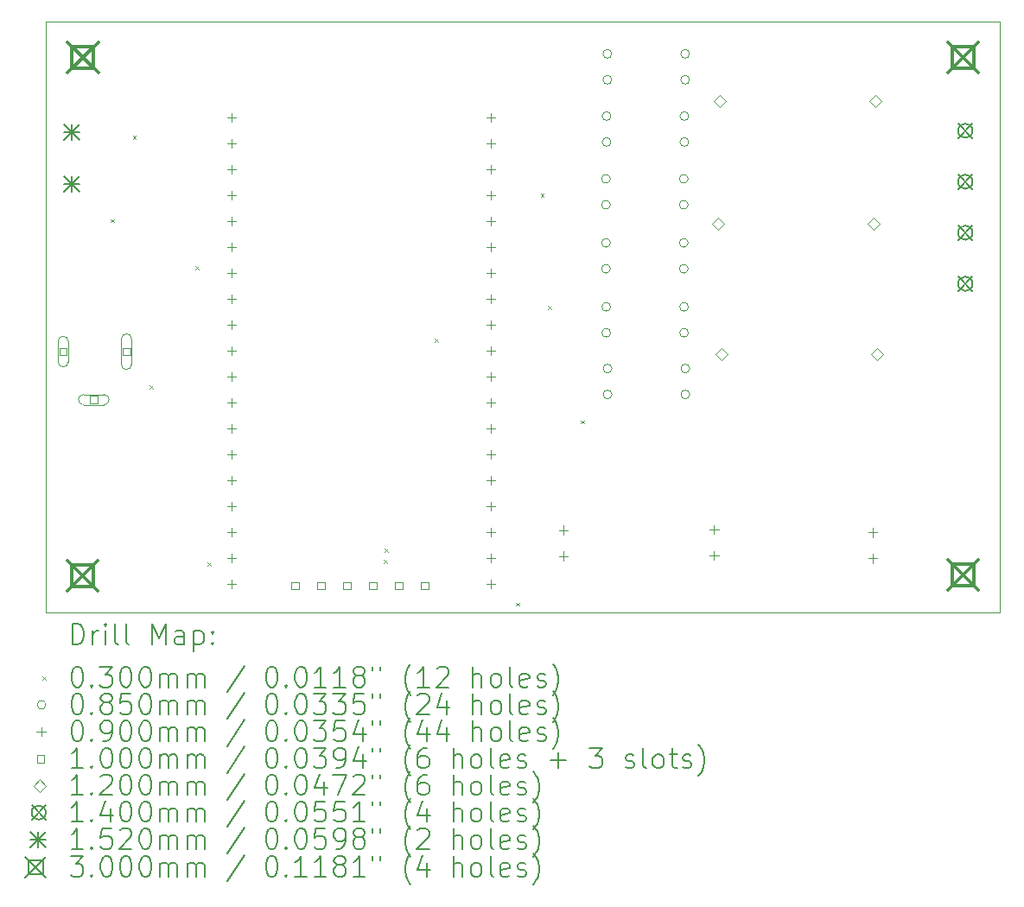
<source format=gbr>
%TF.GenerationSoftware,KiCad,Pcbnew,8.0.7*%
%TF.CreationDate,2025-06-01T16:37:25+09:00*%
%TF.ProjectId,ESP32 RST Monitoring,45535033-3220-4525-9354-204d6f6e6974,rev?*%
%TF.SameCoordinates,Original*%
%TF.FileFunction,Drillmap*%
%TF.FilePolarity,Positive*%
%FSLAX45Y45*%
G04 Gerber Fmt 4.5, Leading zero omitted, Abs format (unit mm)*
G04 Created by KiCad (PCBNEW 8.0.7) date 2025-06-01 16:37:25*
%MOMM*%
%LPD*%
G01*
G04 APERTURE LIST*
%ADD10C,0.050000*%
%ADD11C,0.200000*%
%ADD12C,0.100000*%
%ADD13C,0.120000*%
%ADD14C,0.140000*%
%ADD15C,0.152000*%
%ADD16C,0.300000*%
G04 APERTURE END LIST*
D10*
X10784840Y-6065520D02*
X20129500Y-6065520D01*
X20129500Y-11856720D01*
X10784840Y-11856720D01*
X10784840Y-6065520D01*
D11*
D12*
X11417540Y-8001240D02*
X11447540Y-8031240D01*
X11447540Y-8001240D02*
X11417540Y-8031240D01*
X11636319Y-7183699D02*
X11666319Y-7213699D01*
X11666319Y-7183699D02*
X11636319Y-7213699D01*
X11801080Y-9631920D02*
X11831080Y-9661920D01*
X11831080Y-9631920D02*
X11801080Y-9661920D01*
X12250660Y-8466060D02*
X12280660Y-8496060D01*
X12280660Y-8466060D02*
X12250660Y-8496060D01*
X12364960Y-11366740D02*
X12394960Y-11396740D01*
X12394960Y-11366740D02*
X12364960Y-11396740D01*
X14092160Y-11343880D02*
X14122160Y-11373880D01*
X14122160Y-11343880D02*
X14092160Y-11373880D01*
X14104860Y-11234660D02*
X14134860Y-11264660D01*
X14134860Y-11234660D02*
X14104860Y-11264660D01*
X14595080Y-9177260D02*
X14625080Y-9207260D01*
X14625080Y-9177260D02*
X14595080Y-9207260D01*
X15387560Y-11761240D02*
X15417560Y-11791240D01*
X15417560Y-11761240D02*
X15387560Y-11791240D01*
X15631400Y-7752320D02*
X15661400Y-7782320D01*
X15661400Y-7752320D02*
X15631400Y-7782320D01*
X15705060Y-8852138D02*
X15735060Y-8882138D01*
X15735060Y-8852138D02*
X15705060Y-8882138D01*
X16025100Y-9977360D02*
X16055100Y-10007360D01*
X16055100Y-9977360D02*
X16025100Y-10007360D01*
X16313430Y-7607300D02*
G75*
G02*
X16228430Y-7607300I-42500J0D01*
G01*
X16228430Y-7607300D02*
G75*
G02*
X16313430Y-7607300I42500J0D01*
G01*
X16313430Y-7861300D02*
G75*
G02*
X16228430Y-7861300I-42500J0D01*
G01*
X16228430Y-7861300D02*
G75*
G02*
X16313430Y-7861300I42500J0D01*
G01*
X16313430Y-8234680D02*
G75*
G02*
X16228430Y-8234680I-42500J0D01*
G01*
X16228430Y-8234680D02*
G75*
G02*
X16313430Y-8234680I42500J0D01*
G01*
X16313430Y-8488680D02*
G75*
G02*
X16228430Y-8488680I-42500J0D01*
G01*
X16228430Y-8488680D02*
G75*
G02*
X16313430Y-8488680I42500J0D01*
G01*
X16315970Y-8862120D02*
G75*
G02*
X16230970Y-8862120I-42500J0D01*
G01*
X16230970Y-8862120D02*
G75*
G02*
X16315970Y-8862120I42500J0D01*
G01*
X16315970Y-9116120D02*
G75*
G02*
X16230970Y-9116120I-42500J0D01*
G01*
X16230970Y-9116120D02*
G75*
G02*
X16315970Y-9116120I42500J0D01*
G01*
X16318820Y-6992620D02*
G75*
G02*
X16233820Y-6992620I-42500J0D01*
G01*
X16233820Y-6992620D02*
G75*
G02*
X16318820Y-6992620I42500J0D01*
G01*
X16318820Y-7246620D02*
G75*
G02*
X16233820Y-7246620I-42500J0D01*
G01*
X16233820Y-7246620D02*
G75*
G02*
X16318820Y-7246620I42500J0D01*
G01*
X16326130Y-6382960D02*
G75*
G02*
X16241130Y-6382960I-42500J0D01*
G01*
X16241130Y-6382960D02*
G75*
G02*
X16326130Y-6382960I42500J0D01*
G01*
X16326130Y-6636960D02*
G75*
G02*
X16241130Y-6636960I-42500J0D01*
G01*
X16241130Y-6636960D02*
G75*
G02*
X16326130Y-6636960I42500J0D01*
G01*
X16328980Y-9466580D02*
G75*
G02*
X16243980Y-9466580I-42500J0D01*
G01*
X16243980Y-9466580D02*
G75*
G02*
X16328980Y-9466580I42500J0D01*
G01*
X16328980Y-9720580D02*
G75*
G02*
X16243980Y-9720580I-42500J0D01*
G01*
X16243980Y-9720580D02*
G75*
G02*
X16328980Y-9720580I42500J0D01*
G01*
X17075430Y-7607300D02*
G75*
G02*
X16990430Y-7607300I-42500J0D01*
G01*
X16990430Y-7607300D02*
G75*
G02*
X17075430Y-7607300I42500J0D01*
G01*
X17075430Y-7861300D02*
G75*
G02*
X16990430Y-7861300I-42500J0D01*
G01*
X16990430Y-7861300D02*
G75*
G02*
X17075430Y-7861300I42500J0D01*
G01*
X17075430Y-8234680D02*
G75*
G02*
X16990430Y-8234680I-42500J0D01*
G01*
X16990430Y-8234680D02*
G75*
G02*
X17075430Y-8234680I42500J0D01*
G01*
X17075430Y-8488680D02*
G75*
G02*
X16990430Y-8488680I-42500J0D01*
G01*
X16990430Y-8488680D02*
G75*
G02*
X17075430Y-8488680I42500J0D01*
G01*
X17077970Y-8862120D02*
G75*
G02*
X16992970Y-8862120I-42500J0D01*
G01*
X16992970Y-8862120D02*
G75*
G02*
X17077970Y-8862120I42500J0D01*
G01*
X17077970Y-9116120D02*
G75*
G02*
X16992970Y-9116120I-42500J0D01*
G01*
X16992970Y-9116120D02*
G75*
G02*
X17077970Y-9116120I42500J0D01*
G01*
X17080820Y-6992620D02*
G75*
G02*
X16995820Y-6992620I-42500J0D01*
G01*
X16995820Y-6992620D02*
G75*
G02*
X17080820Y-6992620I42500J0D01*
G01*
X17080820Y-7246620D02*
G75*
G02*
X16995820Y-7246620I-42500J0D01*
G01*
X16995820Y-7246620D02*
G75*
G02*
X17080820Y-7246620I42500J0D01*
G01*
X17088130Y-6382960D02*
G75*
G02*
X17003130Y-6382960I-42500J0D01*
G01*
X17003130Y-6382960D02*
G75*
G02*
X17088130Y-6382960I42500J0D01*
G01*
X17088130Y-6636960D02*
G75*
G02*
X17003130Y-6636960I-42500J0D01*
G01*
X17003130Y-6636960D02*
G75*
G02*
X17088130Y-6636960I42500J0D01*
G01*
X17090980Y-9466580D02*
G75*
G02*
X17005980Y-9466580I-42500J0D01*
G01*
X17005980Y-9466580D02*
G75*
G02*
X17090980Y-9466580I42500J0D01*
G01*
X17090980Y-9720580D02*
G75*
G02*
X17005980Y-9720580I-42500J0D01*
G01*
X17005980Y-9720580D02*
G75*
G02*
X17090980Y-9720580I42500J0D01*
G01*
X12603480Y-6960320D02*
X12603480Y-7050320D01*
X12558480Y-7005320D02*
X12648480Y-7005320D01*
X12603480Y-7214320D02*
X12603480Y-7304320D01*
X12558480Y-7259320D02*
X12648480Y-7259320D01*
X12603480Y-7468320D02*
X12603480Y-7558320D01*
X12558480Y-7513320D02*
X12648480Y-7513320D01*
X12603480Y-7722320D02*
X12603480Y-7812320D01*
X12558480Y-7767320D02*
X12648480Y-7767320D01*
X12603480Y-7976320D02*
X12603480Y-8066320D01*
X12558480Y-8021320D02*
X12648480Y-8021320D01*
X12603480Y-8230320D02*
X12603480Y-8320320D01*
X12558480Y-8275320D02*
X12648480Y-8275320D01*
X12603480Y-8484320D02*
X12603480Y-8574320D01*
X12558480Y-8529320D02*
X12648480Y-8529320D01*
X12603480Y-8738320D02*
X12603480Y-8828320D01*
X12558480Y-8783320D02*
X12648480Y-8783320D01*
X12603480Y-8992320D02*
X12603480Y-9082320D01*
X12558480Y-9037320D02*
X12648480Y-9037320D01*
X12603480Y-9246320D02*
X12603480Y-9336320D01*
X12558480Y-9291320D02*
X12648480Y-9291320D01*
X12603480Y-9500320D02*
X12603480Y-9590320D01*
X12558480Y-9545320D02*
X12648480Y-9545320D01*
X12603480Y-9754320D02*
X12603480Y-9844320D01*
X12558480Y-9799320D02*
X12648480Y-9799320D01*
X12603480Y-10008320D02*
X12603480Y-10098320D01*
X12558480Y-10053320D02*
X12648480Y-10053320D01*
X12603480Y-10262320D02*
X12603480Y-10352320D01*
X12558480Y-10307320D02*
X12648480Y-10307320D01*
X12603480Y-10516320D02*
X12603480Y-10606320D01*
X12558480Y-10561320D02*
X12648480Y-10561320D01*
X12603480Y-10770320D02*
X12603480Y-10860320D01*
X12558480Y-10815320D02*
X12648480Y-10815320D01*
X12603480Y-11024320D02*
X12603480Y-11114320D01*
X12558480Y-11069320D02*
X12648480Y-11069320D01*
X12603480Y-11278320D02*
X12603480Y-11368320D01*
X12558480Y-11323320D02*
X12648480Y-11323320D01*
X12603480Y-11532320D02*
X12603480Y-11622320D01*
X12558480Y-11577320D02*
X12648480Y-11577320D01*
X15143480Y-6960320D02*
X15143480Y-7050320D01*
X15098480Y-7005320D02*
X15188480Y-7005320D01*
X15143480Y-7214320D02*
X15143480Y-7304320D01*
X15098480Y-7259320D02*
X15188480Y-7259320D01*
X15143480Y-7468320D02*
X15143480Y-7558320D01*
X15098480Y-7513320D02*
X15188480Y-7513320D01*
X15143480Y-7722320D02*
X15143480Y-7812320D01*
X15098480Y-7767320D02*
X15188480Y-7767320D01*
X15143480Y-7976320D02*
X15143480Y-8066320D01*
X15098480Y-8021320D02*
X15188480Y-8021320D01*
X15143480Y-8230320D02*
X15143480Y-8320320D01*
X15098480Y-8275320D02*
X15188480Y-8275320D01*
X15143480Y-8484320D02*
X15143480Y-8574320D01*
X15098480Y-8529320D02*
X15188480Y-8529320D01*
X15143480Y-8738320D02*
X15143480Y-8828320D01*
X15098480Y-8783320D02*
X15188480Y-8783320D01*
X15143480Y-8992320D02*
X15143480Y-9082320D01*
X15098480Y-9037320D02*
X15188480Y-9037320D01*
X15143480Y-9246320D02*
X15143480Y-9336320D01*
X15098480Y-9291320D02*
X15188480Y-9291320D01*
X15143480Y-9500320D02*
X15143480Y-9590320D01*
X15098480Y-9545320D02*
X15188480Y-9545320D01*
X15143480Y-9754320D02*
X15143480Y-9844320D01*
X15098480Y-9799320D02*
X15188480Y-9799320D01*
X15143480Y-10008320D02*
X15143480Y-10098320D01*
X15098480Y-10053320D02*
X15188480Y-10053320D01*
X15143480Y-10262320D02*
X15143480Y-10352320D01*
X15098480Y-10307320D02*
X15188480Y-10307320D01*
X15143480Y-10516320D02*
X15143480Y-10606320D01*
X15098480Y-10561320D02*
X15188480Y-10561320D01*
X15143480Y-10770320D02*
X15143480Y-10860320D01*
X15098480Y-10815320D02*
X15188480Y-10815320D01*
X15143480Y-11024320D02*
X15143480Y-11114320D01*
X15098480Y-11069320D02*
X15188480Y-11069320D01*
X15143480Y-11278320D02*
X15143480Y-11368320D01*
X15098480Y-11323320D02*
X15188480Y-11323320D01*
X15143480Y-11532320D02*
X15143480Y-11622320D01*
X15098480Y-11577320D02*
X15188480Y-11577320D01*
X15852140Y-11006540D02*
X15852140Y-11096540D01*
X15807140Y-11051540D02*
X15897140Y-11051540D01*
X15852140Y-11260540D02*
X15852140Y-11350540D01*
X15807140Y-11305540D02*
X15897140Y-11305540D01*
X17330420Y-10998420D02*
X17330420Y-11088420D01*
X17285420Y-11043420D02*
X17375420Y-11043420D01*
X17330420Y-11252420D02*
X17330420Y-11342420D01*
X17285420Y-11297420D02*
X17375420Y-11297420D01*
X18884900Y-11026860D02*
X18884900Y-11116860D01*
X18839900Y-11071860D02*
X18929900Y-11071860D01*
X18884900Y-11280860D02*
X18884900Y-11370860D01*
X18839900Y-11325860D02*
X18929900Y-11325860D01*
X10987836Y-9336836D02*
X10987836Y-9266124D01*
X10917124Y-9266124D01*
X10917124Y-9336836D01*
X10987836Y-9336836D01*
X10902480Y-9201480D02*
X10902480Y-9401480D01*
X11002480Y-9401480D02*
G75*
G02*
X10902480Y-9401480I-50000J0D01*
G01*
X11002480Y-9401480D02*
X11002480Y-9201480D01*
X11002480Y-9201480D02*
G75*
G03*
X10902480Y-9201480I-50000J0D01*
G01*
X11287836Y-9806836D02*
X11287836Y-9736124D01*
X11217124Y-9736124D01*
X11217124Y-9806836D01*
X11287836Y-9806836D01*
X11152480Y-9821480D02*
X11352480Y-9821480D01*
X11352480Y-9721480D02*
G75*
G02*
X11352480Y-9821480I0J-50000D01*
G01*
X11352480Y-9721480D02*
X11152480Y-9721480D01*
X11152480Y-9721480D02*
G75*
G03*
X11152480Y-9821480I0J-50000D01*
G01*
X11607836Y-9336836D02*
X11607836Y-9266124D01*
X11537124Y-9266124D01*
X11537124Y-9336836D01*
X11607836Y-9336836D01*
X11522480Y-9176480D02*
X11522480Y-9426480D01*
X11622480Y-9426480D02*
G75*
G02*
X11522480Y-9426480I-50000J0D01*
G01*
X11622480Y-9426480D02*
X11622480Y-9176480D01*
X11622480Y-9176480D02*
G75*
G03*
X11522480Y-9176480I-50000J0D01*
G01*
X13258556Y-11628496D02*
X13258556Y-11557784D01*
X13187844Y-11557784D01*
X13187844Y-11628496D01*
X13258556Y-11628496D01*
X13512556Y-11628496D02*
X13512556Y-11557784D01*
X13441844Y-11557784D01*
X13441844Y-11628496D01*
X13512556Y-11628496D01*
X13766556Y-11628496D02*
X13766556Y-11557784D01*
X13695844Y-11557784D01*
X13695844Y-11628496D01*
X13766556Y-11628496D01*
X14020556Y-11628496D02*
X14020556Y-11557784D01*
X13949844Y-11557784D01*
X13949844Y-11628496D01*
X14020556Y-11628496D01*
X14274556Y-11628496D02*
X14274556Y-11557784D01*
X14203844Y-11557784D01*
X14203844Y-11628496D01*
X14274556Y-11628496D01*
X14528556Y-11628496D02*
X14528556Y-11557784D01*
X14457844Y-11557784D01*
X14457844Y-11628496D01*
X14528556Y-11628496D01*
D13*
X17365980Y-8109260D02*
X17425980Y-8049260D01*
X17365980Y-7989260D01*
X17305980Y-8049260D01*
X17365980Y-8109260D01*
X17383760Y-6905300D02*
X17443760Y-6845300D01*
X17383760Y-6785300D01*
X17323760Y-6845300D01*
X17383760Y-6905300D01*
X17404080Y-9386880D02*
X17464080Y-9326880D01*
X17404080Y-9266880D01*
X17344080Y-9326880D01*
X17404080Y-9386880D01*
X18889980Y-8109260D02*
X18949980Y-8049260D01*
X18889980Y-7989260D01*
X18829980Y-8049260D01*
X18889980Y-8109260D01*
X18907760Y-6905300D02*
X18967760Y-6845300D01*
X18907760Y-6785300D01*
X18847760Y-6845300D01*
X18907760Y-6905300D01*
X18928080Y-9386880D02*
X18988080Y-9326880D01*
X18928080Y-9266880D01*
X18868080Y-9326880D01*
X18928080Y-9386880D01*
D14*
X19721680Y-7066000D02*
X19861680Y-7206000D01*
X19861680Y-7066000D02*
X19721680Y-7206000D01*
X19861680Y-7136000D02*
G75*
G02*
X19721680Y-7136000I-70000J0D01*
G01*
X19721680Y-7136000D02*
G75*
G02*
X19861680Y-7136000I70000J0D01*
G01*
X19721680Y-7566000D02*
X19861680Y-7706000D01*
X19861680Y-7566000D02*
X19721680Y-7706000D01*
X19861680Y-7636000D02*
G75*
G02*
X19721680Y-7636000I-70000J0D01*
G01*
X19721680Y-7636000D02*
G75*
G02*
X19861680Y-7636000I70000J0D01*
G01*
X19721680Y-8066000D02*
X19861680Y-8206000D01*
X19861680Y-8066000D02*
X19721680Y-8206000D01*
X19861680Y-8136000D02*
G75*
G02*
X19721680Y-8136000I-70000J0D01*
G01*
X19721680Y-8136000D02*
G75*
G02*
X19861680Y-8136000I70000J0D01*
G01*
X19721680Y-8566000D02*
X19861680Y-8706000D01*
X19861680Y-8566000D02*
X19721680Y-8706000D01*
X19861680Y-8636000D02*
G75*
G02*
X19721680Y-8636000I-70000J0D01*
G01*
X19721680Y-8636000D02*
G75*
G02*
X19861680Y-8636000I70000J0D01*
G01*
D15*
X10960300Y-7071560D02*
X11112300Y-7223560D01*
X11112300Y-7071560D02*
X10960300Y-7223560D01*
X11036300Y-7071560D02*
X11036300Y-7223560D01*
X10960300Y-7147560D02*
X11112300Y-7147560D01*
X10960300Y-7579560D02*
X11112300Y-7731560D01*
X11112300Y-7579560D02*
X10960300Y-7731560D01*
X11036300Y-7579560D02*
X11036300Y-7731560D01*
X10960300Y-7655560D02*
X11112300Y-7655560D01*
D16*
X10992980Y-11346040D02*
X11292980Y-11646040D01*
X11292980Y-11346040D02*
X10992980Y-11646040D01*
X11249047Y-11602107D02*
X11249047Y-11389973D01*
X11036913Y-11389973D01*
X11036913Y-11602107D01*
X11249047Y-11602107D01*
X10995520Y-6268580D02*
X11295520Y-6568580D01*
X11295520Y-6268580D02*
X10995520Y-6568580D01*
X11251587Y-6524647D02*
X11251587Y-6312513D01*
X11039453Y-6312513D01*
X11039453Y-6524647D01*
X11251587Y-6524647D01*
X19618820Y-6268580D02*
X19918820Y-6568580D01*
X19918820Y-6268580D02*
X19618820Y-6568580D01*
X19874887Y-6524647D02*
X19874887Y-6312513D01*
X19662753Y-6312513D01*
X19662753Y-6524647D01*
X19874887Y-6524647D01*
X19618820Y-11338420D02*
X19918820Y-11638420D01*
X19918820Y-11338420D02*
X19618820Y-11638420D01*
X19874887Y-11594487D02*
X19874887Y-11382353D01*
X19662753Y-11382353D01*
X19662753Y-11594487D01*
X19874887Y-11594487D01*
D11*
X11043117Y-12170704D02*
X11043117Y-11970704D01*
X11043117Y-11970704D02*
X11090736Y-11970704D01*
X11090736Y-11970704D02*
X11119307Y-11980228D01*
X11119307Y-11980228D02*
X11138355Y-11999275D01*
X11138355Y-11999275D02*
X11147879Y-12018323D01*
X11147879Y-12018323D02*
X11157403Y-12056418D01*
X11157403Y-12056418D02*
X11157403Y-12084989D01*
X11157403Y-12084989D02*
X11147879Y-12123085D01*
X11147879Y-12123085D02*
X11138355Y-12142132D01*
X11138355Y-12142132D02*
X11119307Y-12161180D01*
X11119307Y-12161180D02*
X11090736Y-12170704D01*
X11090736Y-12170704D02*
X11043117Y-12170704D01*
X11243117Y-12170704D02*
X11243117Y-12037370D01*
X11243117Y-12075466D02*
X11252641Y-12056418D01*
X11252641Y-12056418D02*
X11262164Y-12046894D01*
X11262164Y-12046894D02*
X11281212Y-12037370D01*
X11281212Y-12037370D02*
X11300260Y-12037370D01*
X11366926Y-12170704D02*
X11366926Y-12037370D01*
X11366926Y-11970704D02*
X11357402Y-11980228D01*
X11357402Y-11980228D02*
X11366926Y-11989751D01*
X11366926Y-11989751D02*
X11376450Y-11980228D01*
X11376450Y-11980228D02*
X11366926Y-11970704D01*
X11366926Y-11970704D02*
X11366926Y-11989751D01*
X11490736Y-12170704D02*
X11471688Y-12161180D01*
X11471688Y-12161180D02*
X11462164Y-12142132D01*
X11462164Y-12142132D02*
X11462164Y-11970704D01*
X11595498Y-12170704D02*
X11576450Y-12161180D01*
X11576450Y-12161180D02*
X11566926Y-12142132D01*
X11566926Y-12142132D02*
X11566926Y-11970704D01*
X11824069Y-12170704D02*
X11824069Y-11970704D01*
X11824069Y-11970704D02*
X11890736Y-12113561D01*
X11890736Y-12113561D02*
X11957402Y-11970704D01*
X11957402Y-11970704D02*
X11957402Y-12170704D01*
X12138355Y-12170704D02*
X12138355Y-12065942D01*
X12138355Y-12065942D02*
X12128831Y-12046894D01*
X12128831Y-12046894D02*
X12109783Y-12037370D01*
X12109783Y-12037370D02*
X12071688Y-12037370D01*
X12071688Y-12037370D02*
X12052641Y-12046894D01*
X12138355Y-12161180D02*
X12119307Y-12170704D01*
X12119307Y-12170704D02*
X12071688Y-12170704D01*
X12071688Y-12170704D02*
X12052641Y-12161180D01*
X12052641Y-12161180D02*
X12043117Y-12142132D01*
X12043117Y-12142132D02*
X12043117Y-12123085D01*
X12043117Y-12123085D02*
X12052641Y-12104037D01*
X12052641Y-12104037D02*
X12071688Y-12094513D01*
X12071688Y-12094513D02*
X12119307Y-12094513D01*
X12119307Y-12094513D02*
X12138355Y-12084989D01*
X12233593Y-12037370D02*
X12233593Y-12237370D01*
X12233593Y-12046894D02*
X12252641Y-12037370D01*
X12252641Y-12037370D02*
X12290736Y-12037370D01*
X12290736Y-12037370D02*
X12309783Y-12046894D01*
X12309783Y-12046894D02*
X12319307Y-12056418D01*
X12319307Y-12056418D02*
X12328831Y-12075466D01*
X12328831Y-12075466D02*
X12328831Y-12132608D01*
X12328831Y-12132608D02*
X12319307Y-12151656D01*
X12319307Y-12151656D02*
X12309783Y-12161180D01*
X12309783Y-12161180D02*
X12290736Y-12170704D01*
X12290736Y-12170704D02*
X12252641Y-12170704D01*
X12252641Y-12170704D02*
X12233593Y-12161180D01*
X12414545Y-12151656D02*
X12424069Y-12161180D01*
X12424069Y-12161180D02*
X12414545Y-12170704D01*
X12414545Y-12170704D02*
X12405022Y-12161180D01*
X12405022Y-12161180D02*
X12414545Y-12151656D01*
X12414545Y-12151656D02*
X12414545Y-12170704D01*
X12414545Y-12046894D02*
X12424069Y-12056418D01*
X12424069Y-12056418D02*
X12414545Y-12065942D01*
X12414545Y-12065942D02*
X12405022Y-12056418D01*
X12405022Y-12056418D02*
X12414545Y-12046894D01*
X12414545Y-12046894D02*
X12414545Y-12065942D01*
D12*
X10752340Y-12484220D02*
X10782340Y-12514220D01*
X10782340Y-12484220D02*
X10752340Y-12514220D01*
D11*
X11081212Y-12390704D02*
X11100260Y-12390704D01*
X11100260Y-12390704D02*
X11119307Y-12400228D01*
X11119307Y-12400228D02*
X11128831Y-12409751D01*
X11128831Y-12409751D02*
X11138355Y-12428799D01*
X11138355Y-12428799D02*
X11147879Y-12466894D01*
X11147879Y-12466894D02*
X11147879Y-12514513D01*
X11147879Y-12514513D02*
X11138355Y-12552608D01*
X11138355Y-12552608D02*
X11128831Y-12571656D01*
X11128831Y-12571656D02*
X11119307Y-12581180D01*
X11119307Y-12581180D02*
X11100260Y-12590704D01*
X11100260Y-12590704D02*
X11081212Y-12590704D01*
X11081212Y-12590704D02*
X11062164Y-12581180D01*
X11062164Y-12581180D02*
X11052641Y-12571656D01*
X11052641Y-12571656D02*
X11043117Y-12552608D01*
X11043117Y-12552608D02*
X11033593Y-12514513D01*
X11033593Y-12514513D02*
X11033593Y-12466894D01*
X11033593Y-12466894D02*
X11043117Y-12428799D01*
X11043117Y-12428799D02*
X11052641Y-12409751D01*
X11052641Y-12409751D02*
X11062164Y-12400228D01*
X11062164Y-12400228D02*
X11081212Y-12390704D01*
X11233593Y-12571656D02*
X11243117Y-12581180D01*
X11243117Y-12581180D02*
X11233593Y-12590704D01*
X11233593Y-12590704D02*
X11224069Y-12581180D01*
X11224069Y-12581180D02*
X11233593Y-12571656D01*
X11233593Y-12571656D02*
X11233593Y-12590704D01*
X11309783Y-12390704D02*
X11433593Y-12390704D01*
X11433593Y-12390704D02*
X11366926Y-12466894D01*
X11366926Y-12466894D02*
X11395498Y-12466894D01*
X11395498Y-12466894D02*
X11414545Y-12476418D01*
X11414545Y-12476418D02*
X11424069Y-12485942D01*
X11424069Y-12485942D02*
X11433593Y-12504989D01*
X11433593Y-12504989D02*
X11433593Y-12552608D01*
X11433593Y-12552608D02*
X11424069Y-12571656D01*
X11424069Y-12571656D02*
X11414545Y-12581180D01*
X11414545Y-12581180D02*
X11395498Y-12590704D01*
X11395498Y-12590704D02*
X11338355Y-12590704D01*
X11338355Y-12590704D02*
X11319307Y-12581180D01*
X11319307Y-12581180D02*
X11309783Y-12571656D01*
X11557402Y-12390704D02*
X11576450Y-12390704D01*
X11576450Y-12390704D02*
X11595498Y-12400228D01*
X11595498Y-12400228D02*
X11605022Y-12409751D01*
X11605022Y-12409751D02*
X11614545Y-12428799D01*
X11614545Y-12428799D02*
X11624069Y-12466894D01*
X11624069Y-12466894D02*
X11624069Y-12514513D01*
X11624069Y-12514513D02*
X11614545Y-12552608D01*
X11614545Y-12552608D02*
X11605022Y-12571656D01*
X11605022Y-12571656D02*
X11595498Y-12581180D01*
X11595498Y-12581180D02*
X11576450Y-12590704D01*
X11576450Y-12590704D02*
X11557402Y-12590704D01*
X11557402Y-12590704D02*
X11538355Y-12581180D01*
X11538355Y-12581180D02*
X11528831Y-12571656D01*
X11528831Y-12571656D02*
X11519307Y-12552608D01*
X11519307Y-12552608D02*
X11509783Y-12514513D01*
X11509783Y-12514513D02*
X11509783Y-12466894D01*
X11509783Y-12466894D02*
X11519307Y-12428799D01*
X11519307Y-12428799D02*
X11528831Y-12409751D01*
X11528831Y-12409751D02*
X11538355Y-12400228D01*
X11538355Y-12400228D02*
X11557402Y-12390704D01*
X11747879Y-12390704D02*
X11766926Y-12390704D01*
X11766926Y-12390704D02*
X11785974Y-12400228D01*
X11785974Y-12400228D02*
X11795498Y-12409751D01*
X11795498Y-12409751D02*
X11805022Y-12428799D01*
X11805022Y-12428799D02*
X11814545Y-12466894D01*
X11814545Y-12466894D02*
X11814545Y-12514513D01*
X11814545Y-12514513D02*
X11805022Y-12552608D01*
X11805022Y-12552608D02*
X11795498Y-12571656D01*
X11795498Y-12571656D02*
X11785974Y-12581180D01*
X11785974Y-12581180D02*
X11766926Y-12590704D01*
X11766926Y-12590704D02*
X11747879Y-12590704D01*
X11747879Y-12590704D02*
X11728831Y-12581180D01*
X11728831Y-12581180D02*
X11719307Y-12571656D01*
X11719307Y-12571656D02*
X11709783Y-12552608D01*
X11709783Y-12552608D02*
X11700260Y-12514513D01*
X11700260Y-12514513D02*
X11700260Y-12466894D01*
X11700260Y-12466894D02*
X11709783Y-12428799D01*
X11709783Y-12428799D02*
X11719307Y-12409751D01*
X11719307Y-12409751D02*
X11728831Y-12400228D01*
X11728831Y-12400228D02*
X11747879Y-12390704D01*
X11900260Y-12590704D02*
X11900260Y-12457370D01*
X11900260Y-12476418D02*
X11909783Y-12466894D01*
X11909783Y-12466894D02*
X11928831Y-12457370D01*
X11928831Y-12457370D02*
X11957403Y-12457370D01*
X11957403Y-12457370D02*
X11976450Y-12466894D01*
X11976450Y-12466894D02*
X11985974Y-12485942D01*
X11985974Y-12485942D02*
X11985974Y-12590704D01*
X11985974Y-12485942D02*
X11995498Y-12466894D01*
X11995498Y-12466894D02*
X12014545Y-12457370D01*
X12014545Y-12457370D02*
X12043117Y-12457370D01*
X12043117Y-12457370D02*
X12062164Y-12466894D01*
X12062164Y-12466894D02*
X12071688Y-12485942D01*
X12071688Y-12485942D02*
X12071688Y-12590704D01*
X12166926Y-12590704D02*
X12166926Y-12457370D01*
X12166926Y-12476418D02*
X12176450Y-12466894D01*
X12176450Y-12466894D02*
X12195498Y-12457370D01*
X12195498Y-12457370D02*
X12224069Y-12457370D01*
X12224069Y-12457370D02*
X12243117Y-12466894D01*
X12243117Y-12466894D02*
X12252641Y-12485942D01*
X12252641Y-12485942D02*
X12252641Y-12590704D01*
X12252641Y-12485942D02*
X12262164Y-12466894D01*
X12262164Y-12466894D02*
X12281212Y-12457370D01*
X12281212Y-12457370D02*
X12309783Y-12457370D01*
X12309783Y-12457370D02*
X12328831Y-12466894D01*
X12328831Y-12466894D02*
X12338355Y-12485942D01*
X12338355Y-12485942D02*
X12338355Y-12590704D01*
X12728831Y-12381180D02*
X12557403Y-12638323D01*
X12985974Y-12390704D02*
X13005022Y-12390704D01*
X13005022Y-12390704D02*
X13024069Y-12400228D01*
X13024069Y-12400228D02*
X13033593Y-12409751D01*
X13033593Y-12409751D02*
X13043117Y-12428799D01*
X13043117Y-12428799D02*
X13052641Y-12466894D01*
X13052641Y-12466894D02*
X13052641Y-12514513D01*
X13052641Y-12514513D02*
X13043117Y-12552608D01*
X13043117Y-12552608D02*
X13033593Y-12571656D01*
X13033593Y-12571656D02*
X13024069Y-12581180D01*
X13024069Y-12581180D02*
X13005022Y-12590704D01*
X13005022Y-12590704D02*
X12985974Y-12590704D01*
X12985974Y-12590704D02*
X12966926Y-12581180D01*
X12966926Y-12581180D02*
X12957403Y-12571656D01*
X12957403Y-12571656D02*
X12947879Y-12552608D01*
X12947879Y-12552608D02*
X12938355Y-12514513D01*
X12938355Y-12514513D02*
X12938355Y-12466894D01*
X12938355Y-12466894D02*
X12947879Y-12428799D01*
X12947879Y-12428799D02*
X12957403Y-12409751D01*
X12957403Y-12409751D02*
X12966926Y-12400228D01*
X12966926Y-12400228D02*
X12985974Y-12390704D01*
X13138355Y-12571656D02*
X13147879Y-12581180D01*
X13147879Y-12581180D02*
X13138355Y-12590704D01*
X13138355Y-12590704D02*
X13128831Y-12581180D01*
X13128831Y-12581180D02*
X13138355Y-12571656D01*
X13138355Y-12571656D02*
X13138355Y-12590704D01*
X13271688Y-12390704D02*
X13290736Y-12390704D01*
X13290736Y-12390704D02*
X13309784Y-12400228D01*
X13309784Y-12400228D02*
X13319307Y-12409751D01*
X13319307Y-12409751D02*
X13328831Y-12428799D01*
X13328831Y-12428799D02*
X13338355Y-12466894D01*
X13338355Y-12466894D02*
X13338355Y-12514513D01*
X13338355Y-12514513D02*
X13328831Y-12552608D01*
X13328831Y-12552608D02*
X13319307Y-12571656D01*
X13319307Y-12571656D02*
X13309784Y-12581180D01*
X13309784Y-12581180D02*
X13290736Y-12590704D01*
X13290736Y-12590704D02*
X13271688Y-12590704D01*
X13271688Y-12590704D02*
X13252641Y-12581180D01*
X13252641Y-12581180D02*
X13243117Y-12571656D01*
X13243117Y-12571656D02*
X13233593Y-12552608D01*
X13233593Y-12552608D02*
X13224069Y-12514513D01*
X13224069Y-12514513D02*
X13224069Y-12466894D01*
X13224069Y-12466894D02*
X13233593Y-12428799D01*
X13233593Y-12428799D02*
X13243117Y-12409751D01*
X13243117Y-12409751D02*
X13252641Y-12400228D01*
X13252641Y-12400228D02*
X13271688Y-12390704D01*
X13528831Y-12590704D02*
X13414546Y-12590704D01*
X13471688Y-12590704D02*
X13471688Y-12390704D01*
X13471688Y-12390704D02*
X13452641Y-12419275D01*
X13452641Y-12419275D02*
X13433593Y-12438323D01*
X13433593Y-12438323D02*
X13414546Y-12447847D01*
X13719307Y-12590704D02*
X13605022Y-12590704D01*
X13662165Y-12590704D02*
X13662165Y-12390704D01*
X13662165Y-12390704D02*
X13643117Y-12419275D01*
X13643117Y-12419275D02*
X13624069Y-12438323D01*
X13624069Y-12438323D02*
X13605022Y-12447847D01*
X13833593Y-12476418D02*
X13814546Y-12466894D01*
X13814546Y-12466894D02*
X13805022Y-12457370D01*
X13805022Y-12457370D02*
X13795498Y-12438323D01*
X13795498Y-12438323D02*
X13795498Y-12428799D01*
X13795498Y-12428799D02*
X13805022Y-12409751D01*
X13805022Y-12409751D02*
X13814546Y-12400228D01*
X13814546Y-12400228D02*
X13833593Y-12390704D01*
X13833593Y-12390704D02*
X13871688Y-12390704D01*
X13871688Y-12390704D02*
X13890736Y-12400228D01*
X13890736Y-12400228D02*
X13900260Y-12409751D01*
X13900260Y-12409751D02*
X13909784Y-12428799D01*
X13909784Y-12428799D02*
X13909784Y-12438323D01*
X13909784Y-12438323D02*
X13900260Y-12457370D01*
X13900260Y-12457370D02*
X13890736Y-12466894D01*
X13890736Y-12466894D02*
X13871688Y-12476418D01*
X13871688Y-12476418D02*
X13833593Y-12476418D01*
X13833593Y-12476418D02*
X13814546Y-12485942D01*
X13814546Y-12485942D02*
X13805022Y-12495466D01*
X13805022Y-12495466D02*
X13795498Y-12514513D01*
X13795498Y-12514513D02*
X13795498Y-12552608D01*
X13795498Y-12552608D02*
X13805022Y-12571656D01*
X13805022Y-12571656D02*
X13814546Y-12581180D01*
X13814546Y-12581180D02*
X13833593Y-12590704D01*
X13833593Y-12590704D02*
X13871688Y-12590704D01*
X13871688Y-12590704D02*
X13890736Y-12581180D01*
X13890736Y-12581180D02*
X13900260Y-12571656D01*
X13900260Y-12571656D02*
X13909784Y-12552608D01*
X13909784Y-12552608D02*
X13909784Y-12514513D01*
X13909784Y-12514513D02*
X13900260Y-12495466D01*
X13900260Y-12495466D02*
X13890736Y-12485942D01*
X13890736Y-12485942D02*
X13871688Y-12476418D01*
X13985974Y-12390704D02*
X13985974Y-12428799D01*
X14062165Y-12390704D02*
X14062165Y-12428799D01*
X14357403Y-12666894D02*
X14347879Y-12657370D01*
X14347879Y-12657370D02*
X14328831Y-12628799D01*
X14328831Y-12628799D02*
X14319308Y-12609751D01*
X14319308Y-12609751D02*
X14309784Y-12581180D01*
X14309784Y-12581180D02*
X14300260Y-12533561D01*
X14300260Y-12533561D02*
X14300260Y-12495466D01*
X14300260Y-12495466D02*
X14309784Y-12447847D01*
X14309784Y-12447847D02*
X14319308Y-12419275D01*
X14319308Y-12419275D02*
X14328831Y-12400228D01*
X14328831Y-12400228D02*
X14347879Y-12371656D01*
X14347879Y-12371656D02*
X14357403Y-12362132D01*
X14538355Y-12590704D02*
X14424069Y-12590704D01*
X14481212Y-12590704D02*
X14481212Y-12390704D01*
X14481212Y-12390704D02*
X14462165Y-12419275D01*
X14462165Y-12419275D02*
X14443117Y-12438323D01*
X14443117Y-12438323D02*
X14424069Y-12447847D01*
X14614546Y-12409751D02*
X14624069Y-12400228D01*
X14624069Y-12400228D02*
X14643117Y-12390704D01*
X14643117Y-12390704D02*
X14690736Y-12390704D01*
X14690736Y-12390704D02*
X14709784Y-12400228D01*
X14709784Y-12400228D02*
X14719308Y-12409751D01*
X14719308Y-12409751D02*
X14728831Y-12428799D01*
X14728831Y-12428799D02*
X14728831Y-12447847D01*
X14728831Y-12447847D02*
X14719308Y-12476418D01*
X14719308Y-12476418D02*
X14605022Y-12590704D01*
X14605022Y-12590704D02*
X14728831Y-12590704D01*
X14966927Y-12590704D02*
X14966927Y-12390704D01*
X15052641Y-12590704D02*
X15052641Y-12485942D01*
X15052641Y-12485942D02*
X15043117Y-12466894D01*
X15043117Y-12466894D02*
X15024070Y-12457370D01*
X15024070Y-12457370D02*
X14995498Y-12457370D01*
X14995498Y-12457370D02*
X14976450Y-12466894D01*
X14976450Y-12466894D02*
X14966927Y-12476418D01*
X15176450Y-12590704D02*
X15157403Y-12581180D01*
X15157403Y-12581180D02*
X15147879Y-12571656D01*
X15147879Y-12571656D02*
X15138355Y-12552608D01*
X15138355Y-12552608D02*
X15138355Y-12495466D01*
X15138355Y-12495466D02*
X15147879Y-12476418D01*
X15147879Y-12476418D02*
X15157403Y-12466894D01*
X15157403Y-12466894D02*
X15176450Y-12457370D01*
X15176450Y-12457370D02*
X15205022Y-12457370D01*
X15205022Y-12457370D02*
X15224070Y-12466894D01*
X15224070Y-12466894D02*
X15233593Y-12476418D01*
X15233593Y-12476418D02*
X15243117Y-12495466D01*
X15243117Y-12495466D02*
X15243117Y-12552608D01*
X15243117Y-12552608D02*
X15233593Y-12571656D01*
X15233593Y-12571656D02*
X15224070Y-12581180D01*
X15224070Y-12581180D02*
X15205022Y-12590704D01*
X15205022Y-12590704D02*
X15176450Y-12590704D01*
X15357403Y-12590704D02*
X15338355Y-12581180D01*
X15338355Y-12581180D02*
X15328831Y-12562132D01*
X15328831Y-12562132D02*
X15328831Y-12390704D01*
X15509784Y-12581180D02*
X15490736Y-12590704D01*
X15490736Y-12590704D02*
X15452641Y-12590704D01*
X15452641Y-12590704D02*
X15433593Y-12581180D01*
X15433593Y-12581180D02*
X15424070Y-12562132D01*
X15424070Y-12562132D02*
X15424070Y-12485942D01*
X15424070Y-12485942D02*
X15433593Y-12466894D01*
X15433593Y-12466894D02*
X15452641Y-12457370D01*
X15452641Y-12457370D02*
X15490736Y-12457370D01*
X15490736Y-12457370D02*
X15509784Y-12466894D01*
X15509784Y-12466894D02*
X15519308Y-12485942D01*
X15519308Y-12485942D02*
X15519308Y-12504989D01*
X15519308Y-12504989D02*
X15424070Y-12524037D01*
X15595498Y-12581180D02*
X15614546Y-12590704D01*
X15614546Y-12590704D02*
X15652641Y-12590704D01*
X15652641Y-12590704D02*
X15671689Y-12581180D01*
X15671689Y-12581180D02*
X15681212Y-12562132D01*
X15681212Y-12562132D02*
X15681212Y-12552608D01*
X15681212Y-12552608D02*
X15671689Y-12533561D01*
X15671689Y-12533561D02*
X15652641Y-12524037D01*
X15652641Y-12524037D02*
X15624070Y-12524037D01*
X15624070Y-12524037D02*
X15605022Y-12514513D01*
X15605022Y-12514513D02*
X15595498Y-12495466D01*
X15595498Y-12495466D02*
X15595498Y-12485942D01*
X15595498Y-12485942D02*
X15605022Y-12466894D01*
X15605022Y-12466894D02*
X15624070Y-12457370D01*
X15624070Y-12457370D02*
X15652641Y-12457370D01*
X15652641Y-12457370D02*
X15671689Y-12466894D01*
X15747879Y-12666894D02*
X15757403Y-12657370D01*
X15757403Y-12657370D02*
X15776451Y-12628799D01*
X15776451Y-12628799D02*
X15785974Y-12609751D01*
X15785974Y-12609751D02*
X15795498Y-12581180D01*
X15795498Y-12581180D02*
X15805022Y-12533561D01*
X15805022Y-12533561D02*
X15805022Y-12495466D01*
X15805022Y-12495466D02*
X15795498Y-12447847D01*
X15795498Y-12447847D02*
X15785974Y-12419275D01*
X15785974Y-12419275D02*
X15776451Y-12400228D01*
X15776451Y-12400228D02*
X15757403Y-12371656D01*
X15757403Y-12371656D02*
X15747879Y-12362132D01*
D12*
X10782340Y-12763220D02*
G75*
G02*
X10697340Y-12763220I-42500J0D01*
G01*
X10697340Y-12763220D02*
G75*
G02*
X10782340Y-12763220I42500J0D01*
G01*
D11*
X11081212Y-12654704D02*
X11100260Y-12654704D01*
X11100260Y-12654704D02*
X11119307Y-12664228D01*
X11119307Y-12664228D02*
X11128831Y-12673751D01*
X11128831Y-12673751D02*
X11138355Y-12692799D01*
X11138355Y-12692799D02*
X11147879Y-12730894D01*
X11147879Y-12730894D02*
X11147879Y-12778513D01*
X11147879Y-12778513D02*
X11138355Y-12816608D01*
X11138355Y-12816608D02*
X11128831Y-12835656D01*
X11128831Y-12835656D02*
X11119307Y-12845180D01*
X11119307Y-12845180D02*
X11100260Y-12854704D01*
X11100260Y-12854704D02*
X11081212Y-12854704D01*
X11081212Y-12854704D02*
X11062164Y-12845180D01*
X11062164Y-12845180D02*
X11052641Y-12835656D01*
X11052641Y-12835656D02*
X11043117Y-12816608D01*
X11043117Y-12816608D02*
X11033593Y-12778513D01*
X11033593Y-12778513D02*
X11033593Y-12730894D01*
X11033593Y-12730894D02*
X11043117Y-12692799D01*
X11043117Y-12692799D02*
X11052641Y-12673751D01*
X11052641Y-12673751D02*
X11062164Y-12664228D01*
X11062164Y-12664228D02*
X11081212Y-12654704D01*
X11233593Y-12835656D02*
X11243117Y-12845180D01*
X11243117Y-12845180D02*
X11233593Y-12854704D01*
X11233593Y-12854704D02*
X11224069Y-12845180D01*
X11224069Y-12845180D02*
X11233593Y-12835656D01*
X11233593Y-12835656D02*
X11233593Y-12854704D01*
X11357402Y-12740418D02*
X11338355Y-12730894D01*
X11338355Y-12730894D02*
X11328831Y-12721370D01*
X11328831Y-12721370D02*
X11319307Y-12702323D01*
X11319307Y-12702323D02*
X11319307Y-12692799D01*
X11319307Y-12692799D02*
X11328831Y-12673751D01*
X11328831Y-12673751D02*
X11338355Y-12664228D01*
X11338355Y-12664228D02*
X11357402Y-12654704D01*
X11357402Y-12654704D02*
X11395498Y-12654704D01*
X11395498Y-12654704D02*
X11414545Y-12664228D01*
X11414545Y-12664228D02*
X11424069Y-12673751D01*
X11424069Y-12673751D02*
X11433593Y-12692799D01*
X11433593Y-12692799D02*
X11433593Y-12702323D01*
X11433593Y-12702323D02*
X11424069Y-12721370D01*
X11424069Y-12721370D02*
X11414545Y-12730894D01*
X11414545Y-12730894D02*
X11395498Y-12740418D01*
X11395498Y-12740418D02*
X11357402Y-12740418D01*
X11357402Y-12740418D02*
X11338355Y-12749942D01*
X11338355Y-12749942D02*
X11328831Y-12759466D01*
X11328831Y-12759466D02*
X11319307Y-12778513D01*
X11319307Y-12778513D02*
X11319307Y-12816608D01*
X11319307Y-12816608D02*
X11328831Y-12835656D01*
X11328831Y-12835656D02*
X11338355Y-12845180D01*
X11338355Y-12845180D02*
X11357402Y-12854704D01*
X11357402Y-12854704D02*
X11395498Y-12854704D01*
X11395498Y-12854704D02*
X11414545Y-12845180D01*
X11414545Y-12845180D02*
X11424069Y-12835656D01*
X11424069Y-12835656D02*
X11433593Y-12816608D01*
X11433593Y-12816608D02*
X11433593Y-12778513D01*
X11433593Y-12778513D02*
X11424069Y-12759466D01*
X11424069Y-12759466D02*
X11414545Y-12749942D01*
X11414545Y-12749942D02*
X11395498Y-12740418D01*
X11614545Y-12654704D02*
X11519307Y-12654704D01*
X11519307Y-12654704D02*
X11509783Y-12749942D01*
X11509783Y-12749942D02*
X11519307Y-12740418D01*
X11519307Y-12740418D02*
X11538355Y-12730894D01*
X11538355Y-12730894D02*
X11585974Y-12730894D01*
X11585974Y-12730894D02*
X11605022Y-12740418D01*
X11605022Y-12740418D02*
X11614545Y-12749942D01*
X11614545Y-12749942D02*
X11624069Y-12768989D01*
X11624069Y-12768989D02*
X11624069Y-12816608D01*
X11624069Y-12816608D02*
X11614545Y-12835656D01*
X11614545Y-12835656D02*
X11605022Y-12845180D01*
X11605022Y-12845180D02*
X11585974Y-12854704D01*
X11585974Y-12854704D02*
X11538355Y-12854704D01*
X11538355Y-12854704D02*
X11519307Y-12845180D01*
X11519307Y-12845180D02*
X11509783Y-12835656D01*
X11747879Y-12654704D02*
X11766926Y-12654704D01*
X11766926Y-12654704D02*
X11785974Y-12664228D01*
X11785974Y-12664228D02*
X11795498Y-12673751D01*
X11795498Y-12673751D02*
X11805022Y-12692799D01*
X11805022Y-12692799D02*
X11814545Y-12730894D01*
X11814545Y-12730894D02*
X11814545Y-12778513D01*
X11814545Y-12778513D02*
X11805022Y-12816608D01*
X11805022Y-12816608D02*
X11795498Y-12835656D01*
X11795498Y-12835656D02*
X11785974Y-12845180D01*
X11785974Y-12845180D02*
X11766926Y-12854704D01*
X11766926Y-12854704D02*
X11747879Y-12854704D01*
X11747879Y-12854704D02*
X11728831Y-12845180D01*
X11728831Y-12845180D02*
X11719307Y-12835656D01*
X11719307Y-12835656D02*
X11709783Y-12816608D01*
X11709783Y-12816608D02*
X11700260Y-12778513D01*
X11700260Y-12778513D02*
X11700260Y-12730894D01*
X11700260Y-12730894D02*
X11709783Y-12692799D01*
X11709783Y-12692799D02*
X11719307Y-12673751D01*
X11719307Y-12673751D02*
X11728831Y-12664228D01*
X11728831Y-12664228D02*
X11747879Y-12654704D01*
X11900260Y-12854704D02*
X11900260Y-12721370D01*
X11900260Y-12740418D02*
X11909783Y-12730894D01*
X11909783Y-12730894D02*
X11928831Y-12721370D01*
X11928831Y-12721370D02*
X11957403Y-12721370D01*
X11957403Y-12721370D02*
X11976450Y-12730894D01*
X11976450Y-12730894D02*
X11985974Y-12749942D01*
X11985974Y-12749942D02*
X11985974Y-12854704D01*
X11985974Y-12749942D02*
X11995498Y-12730894D01*
X11995498Y-12730894D02*
X12014545Y-12721370D01*
X12014545Y-12721370D02*
X12043117Y-12721370D01*
X12043117Y-12721370D02*
X12062164Y-12730894D01*
X12062164Y-12730894D02*
X12071688Y-12749942D01*
X12071688Y-12749942D02*
X12071688Y-12854704D01*
X12166926Y-12854704D02*
X12166926Y-12721370D01*
X12166926Y-12740418D02*
X12176450Y-12730894D01*
X12176450Y-12730894D02*
X12195498Y-12721370D01*
X12195498Y-12721370D02*
X12224069Y-12721370D01*
X12224069Y-12721370D02*
X12243117Y-12730894D01*
X12243117Y-12730894D02*
X12252641Y-12749942D01*
X12252641Y-12749942D02*
X12252641Y-12854704D01*
X12252641Y-12749942D02*
X12262164Y-12730894D01*
X12262164Y-12730894D02*
X12281212Y-12721370D01*
X12281212Y-12721370D02*
X12309783Y-12721370D01*
X12309783Y-12721370D02*
X12328831Y-12730894D01*
X12328831Y-12730894D02*
X12338355Y-12749942D01*
X12338355Y-12749942D02*
X12338355Y-12854704D01*
X12728831Y-12645180D02*
X12557403Y-12902323D01*
X12985974Y-12654704D02*
X13005022Y-12654704D01*
X13005022Y-12654704D02*
X13024069Y-12664228D01*
X13024069Y-12664228D02*
X13033593Y-12673751D01*
X13033593Y-12673751D02*
X13043117Y-12692799D01*
X13043117Y-12692799D02*
X13052641Y-12730894D01*
X13052641Y-12730894D02*
X13052641Y-12778513D01*
X13052641Y-12778513D02*
X13043117Y-12816608D01*
X13043117Y-12816608D02*
X13033593Y-12835656D01*
X13033593Y-12835656D02*
X13024069Y-12845180D01*
X13024069Y-12845180D02*
X13005022Y-12854704D01*
X13005022Y-12854704D02*
X12985974Y-12854704D01*
X12985974Y-12854704D02*
X12966926Y-12845180D01*
X12966926Y-12845180D02*
X12957403Y-12835656D01*
X12957403Y-12835656D02*
X12947879Y-12816608D01*
X12947879Y-12816608D02*
X12938355Y-12778513D01*
X12938355Y-12778513D02*
X12938355Y-12730894D01*
X12938355Y-12730894D02*
X12947879Y-12692799D01*
X12947879Y-12692799D02*
X12957403Y-12673751D01*
X12957403Y-12673751D02*
X12966926Y-12664228D01*
X12966926Y-12664228D02*
X12985974Y-12654704D01*
X13138355Y-12835656D02*
X13147879Y-12845180D01*
X13147879Y-12845180D02*
X13138355Y-12854704D01*
X13138355Y-12854704D02*
X13128831Y-12845180D01*
X13128831Y-12845180D02*
X13138355Y-12835656D01*
X13138355Y-12835656D02*
X13138355Y-12854704D01*
X13271688Y-12654704D02*
X13290736Y-12654704D01*
X13290736Y-12654704D02*
X13309784Y-12664228D01*
X13309784Y-12664228D02*
X13319307Y-12673751D01*
X13319307Y-12673751D02*
X13328831Y-12692799D01*
X13328831Y-12692799D02*
X13338355Y-12730894D01*
X13338355Y-12730894D02*
X13338355Y-12778513D01*
X13338355Y-12778513D02*
X13328831Y-12816608D01*
X13328831Y-12816608D02*
X13319307Y-12835656D01*
X13319307Y-12835656D02*
X13309784Y-12845180D01*
X13309784Y-12845180D02*
X13290736Y-12854704D01*
X13290736Y-12854704D02*
X13271688Y-12854704D01*
X13271688Y-12854704D02*
X13252641Y-12845180D01*
X13252641Y-12845180D02*
X13243117Y-12835656D01*
X13243117Y-12835656D02*
X13233593Y-12816608D01*
X13233593Y-12816608D02*
X13224069Y-12778513D01*
X13224069Y-12778513D02*
X13224069Y-12730894D01*
X13224069Y-12730894D02*
X13233593Y-12692799D01*
X13233593Y-12692799D02*
X13243117Y-12673751D01*
X13243117Y-12673751D02*
X13252641Y-12664228D01*
X13252641Y-12664228D02*
X13271688Y-12654704D01*
X13405022Y-12654704D02*
X13528831Y-12654704D01*
X13528831Y-12654704D02*
X13462165Y-12730894D01*
X13462165Y-12730894D02*
X13490736Y-12730894D01*
X13490736Y-12730894D02*
X13509784Y-12740418D01*
X13509784Y-12740418D02*
X13519307Y-12749942D01*
X13519307Y-12749942D02*
X13528831Y-12768989D01*
X13528831Y-12768989D02*
X13528831Y-12816608D01*
X13528831Y-12816608D02*
X13519307Y-12835656D01*
X13519307Y-12835656D02*
X13509784Y-12845180D01*
X13509784Y-12845180D02*
X13490736Y-12854704D01*
X13490736Y-12854704D02*
X13433593Y-12854704D01*
X13433593Y-12854704D02*
X13414546Y-12845180D01*
X13414546Y-12845180D02*
X13405022Y-12835656D01*
X13595498Y-12654704D02*
X13719307Y-12654704D01*
X13719307Y-12654704D02*
X13652641Y-12730894D01*
X13652641Y-12730894D02*
X13681212Y-12730894D01*
X13681212Y-12730894D02*
X13700260Y-12740418D01*
X13700260Y-12740418D02*
X13709784Y-12749942D01*
X13709784Y-12749942D02*
X13719307Y-12768989D01*
X13719307Y-12768989D02*
X13719307Y-12816608D01*
X13719307Y-12816608D02*
X13709784Y-12835656D01*
X13709784Y-12835656D02*
X13700260Y-12845180D01*
X13700260Y-12845180D02*
X13681212Y-12854704D01*
X13681212Y-12854704D02*
X13624069Y-12854704D01*
X13624069Y-12854704D02*
X13605022Y-12845180D01*
X13605022Y-12845180D02*
X13595498Y-12835656D01*
X13900260Y-12654704D02*
X13805022Y-12654704D01*
X13805022Y-12654704D02*
X13795498Y-12749942D01*
X13795498Y-12749942D02*
X13805022Y-12740418D01*
X13805022Y-12740418D02*
X13824069Y-12730894D01*
X13824069Y-12730894D02*
X13871688Y-12730894D01*
X13871688Y-12730894D02*
X13890736Y-12740418D01*
X13890736Y-12740418D02*
X13900260Y-12749942D01*
X13900260Y-12749942D02*
X13909784Y-12768989D01*
X13909784Y-12768989D02*
X13909784Y-12816608D01*
X13909784Y-12816608D02*
X13900260Y-12835656D01*
X13900260Y-12835656D02*
X13890736Y-12845180D01*
X13890736Y-12845180D02*
X13871688Y-12854704D01*
X13871688Y-12854704D02*
X13824069Y-12854704D01*
X13824069Y-12854704D02*
X13805022Y-12845180D01*
X13805022Y-12845180D02*
X13795498Y-12835656D01*
X13985974Y-12654704D02*
X13985974Y-12692799D01*
X14062165Y-12654704D02*
X14062165Y-12692799D01*
X14357403Y-12930894D02*
X14347879Y-12921370D01*
X14347879Y-12921370D02*
X14328831Y-12892799D01*
X14328831Y-12892799D02*
X14319308Y-12873751D01*
X14319308Y-12873751D02*
X14309784Y-12845180D01*
X14309784Y-12845180D02*
X14300260Y-12797561D01*
X14300260Y-12797561D02*
X14300260Y-12759466D01*
X14300260Y-12759466D02*
X14309784Y-12711847D01*
X14309784Y-12711847D02*
X14319308Y-12683275D01*
X14319308Y-12683275D02*
X14328831Y-12664228D01*
X14328831Y-12664228D02*
X14347879Y-12635656D01*
X14347879Y-12635656D02*
X14357403Y-12626132D01*
X14424069Y-12673751D02*
X14433593Y-12664228D01*
X14433593Y-12664228D02*
X14452641Y-12654704D01*
X14452641Y-12654704D02*
X14500260Y-12654704D01*
X14500260Y-12654704D02*
X14519308Y-12664228D01*
X14519308Y-12664228D02*
X14528831Y-12673751D01*
X14528831Y-12673751D02*
X14538355Y-12692799D01*
X14538355Y-12692799D02*
X14538355Y-12711847D01*
X14538355Y-12711847D02*
X14528831Y-12740418D01*
X14528831Y-12740418D02*
X14414546Y-12854704D01*
X14414546Y-12854704D02*
X14538355Y-12854704D01*
X14709784Y-12721370D02*
X14709784Y-12854704D01*
X14662165Y-12645180D02*
X14614546Y-12788037D01*
X14614546Y-12788037D02*
X14738355Y-12788037D01*
X14966927Y-12854704D02*
X14966927Y-12654704D01*
X15052641Y-12854704D02*
X15052641Y-12749942D01*
X15052641Y-12749942D02*
X15043117Y-12730894D01*
X15043117Y-12730894D02*
X15024070Y-12721370D01*
X15024070Y-12721370D02*
X14995498Y-12721370D01*
X14995498Y-12721370D02*
X14976450Y-12730894D01*
X14976450Y-12730894D02*
X14966927Y-12740418D01*
X15176450Y-12854704D02*
X15157403Y-12845180D01*
X15157403Y-12845180D02*
X15147879Y-12835656D01*
X15147879Y-12835656D02*
X15138355Y-12816608D01*
X15138355Y-12816608D02*
X15138355Y-12759466D01*
X15138355Y-12759466D02*
X15147879Y-12740418D01*
X15147879Y-12740418D02*
X15157403Y-12730894D01*
X15157403Y-12730894D02*
X15176450Y-12721370D01*
X15176450Y-12721370D02*
X15205022Y-12721370D01*
X15205022Y-12721370D02*
X15224070Y-12730894D01*
X15224070Y-12730894D02*
X15233593Y-12740418D01*
X15233593Y-12740418D02*
X15243117Y-12759466D01*
X15243117Y-12759466D02*
X15243117Y-12816608D01*
X15243117Y-12816608D02*
X15233593Y-12835656D01*
X15233593Y-12835656D02*
X15224070Y-12845180D01*
X15224070Y-12845180D02*
X15205022Y-12854704D01*
X15205022Y-12854704D02*
X15176450Y-12854704D01*
X15357403Y-12854704D02*
X15338355Y-12845180D01*
X15338355Y-12845180D02*
X15328831Y-12826132D01*
X15328831Y-12826132D02*
X15328831Y-12654704D01*
X15509784Y-12845180D02*
X15490736Y-12854704D01*
X15490736Y-12854704D02*
X15452641Y-12854704D01*
X15452641Y-12854704D02*
X15433593Y-12845180D01*
X15433593Y-12845180D02*
X15424070Y-12826132D01*
X15424070Y-12826132D02*
X15424070Y-12749942D01*
X15424070Y-12749942D02*
X15433593Y-12730894D01*
X15433593Y-12730894D02*
X15452641Y-12721370D01*
X15452641Y-12721370D02*
X15490736Y-12721370D01*
X15490736Y-12721370D02*
X15509784Y-12730894D01*
X15509784Y-12730894D02*
X15519308Y-12749942D01*
X15519308Y-12749942D02*
X15519308Y-12768989D01*
X15519308Y-12768989D02*
X15424070Y-12788037D01*
X15595498Y-12845180D02*
X15614546Y-12854704D01*
X15614546Y-12854704D02*
X15652641Y-12854704D01*
X15652641Y-12854704D02*
X15671689Y-12845180D01*
X15671689Y-12845180D02*
X15681212Y-12826132D01*
X15681212Y-12826132D02*
X15681212Y-12816608D01*
X15681212Y-12816608D02*
X15671689Y-12797561D01*
X15671689Y-12797561D02*
X15652641Y-12788037D01*
X15652641Y-12788037D02*
X15624070Y-12788037D01*
X15624070Y-12788037D02*
X15605022Y-12778513D01*
X15605022Y-12778513D02*
X15595498Y-12759466D01*
X15595498Y-12759466D02*
X15595498Y-12749942D01*
X15595498Y-12749942D02*
X15605022Y-12730894D01*
X15605022Y-12730894D02*
X15624070Y-12721370D01*
X15624070Y-12721370D02*
X15652641Y-12721370D01*
X15652641Y-12721370D02*
X15671689Y-12730894D01*
X15747879Y-12930894D02*
X15757403Y-12921370D01*
X15757403Y-12921370D02*
X15776451Y-12892799D01*
X15776451Y-12892799D02*
X15785974Y-12873751D01*
X15785974Y-12873751D02*
X15795498Y-12845180D01*
X15795498Y-12845180D02*
X15805022Y-12797561D01*
X15805022Y-12797561D02*
X15805022Y-12759466D01*
X15805022Y-12759466D02*
X15795498Y-12711847D01*
X15795498Y-12711847D02*
X15785974Y-12683275D01*
X15785974Y-12683275D02*
X15776451Y-12664228D01*
X15776451Y-12664228D02*
X15757403Y-12635656D01*
X15757403Y-12635656D02*
X15747879Y-12626132D01*
D12*
X10737340Y-12982220D02*
X10737340Y-13072220D01*
X10692340Y-13027220D02*
X10782340Y-13027220D01*
D11*
X11081212Y-12918704D02*
X11100260Y-12918704D01*
X11100260Y-12918704D02*
X11119307Y-12928228D01*
X11119307Y-12928228D02*
X11128831Y-12937751D01*
X11128831Y-12937751D02*
X11138355Y-12956799D01*
X11138355Y-12956799D02*
X11147879Y-12994894D01*
X11147879Y-12994894D02*
X11147879Y-13042513D01*
X11147879Y-13042513D02*
X11138355Y-13080608D01*
X11138355Y-13080608D02*
X11128831Y-13099656D01*
X11128831Y-13099656D02*
X11119307Y-13109180D01*
X11119307Y-13109180D02*
X11100260Y-13118704D01*
X11100260Y-13118704D02*
X11081212Y-13118704D01*
X11081212Y-13118704D02*
X11062164Y-13109180D01*
X11062164Y-13109180D02*
X11052641Y-13099656D01*
X11052641Y-13099656D02*
X11043117Y-13080608D01*
X11043117Y-13080608D02*
X11033593Y-13042513D01*
X11033593Y-13042513D02*
X11033593Y-12994894D01*
X11033593Y-12994894D02*
X11043117Y-12956799D01*
X11043117Y-12956799D02*
X11052641Y-12937751D01*
X11052641Y-12937751D02*
X11062164Y-12928228D01*
X11062164Y-12928228D02*
X11081212Y-12918704D01*
X11233593Y-13099656D02*
X11243117Y-13109180D01*
X11243117Y-13109180D02*
X11233593Y-13118704D01*
X11233593Y-13118704D02*
X11224069Y-13109180D01*
X11224069Y-13109180D02*
X11233593Y-13099656D01*
X11233593Y-13099656D02*
X11233593Y-13118704D01*
X11338355Y-13118704D02*
X11376450Y-13118704D01*
X11376450Y-13118704D02*
X11395498Y-13109180D01*
X11395498Y-13109180D02*
X11405022Y-13099656D01*
X11405022Y-13099656D02*
X11424069Y-13071085D01*
X11424069Y-13071085D02*
X11433593Y-13032989D01*
X11433593Y-13032989D02*
X11433593Y-12956799D01*
X11433593Y-12956799D02*
X11424069Y-12937751D01*
X11424069Y-12937751D02*
X11414545Y-12928228D01*
X11414545Y-12928228D02*
X11395498Y-12918704D01*
X11395498Y-12918704D02*
X11357402Y-12918704D01*
X11357402Y-12918704D02*
X11338355Y-12928228D01*
X11338355Y-12928228D02*
X11328831Y-12937751D01*
X11328831Y-12937751D02*
X11319307Y-12956799D01*
X11319307Y-12956799D02*
X11319307Y-13004418D01*
X11319307Y-13004418D02*
X11328831Y-13023466D01*
X11328831Y-13023466D02*
X11338355Y-13032989D01*
X11338355Y-13032989D02*
X11357402Y-13042513D01*
X11357402Y-13042513D02*
X11395498Y-13042513D01*
X11395498Y-13042513D02*
X11414545Y-13032989D01*
X11414545Y-13032989D02*
X11424069Y-13023466D01*
X11424069Y-13023466D02*
X11433593Y-13004418D01*
X11557402Y-12918704D02*
X11576450Y-12918704D01*
X11576450Y-12918704D02*
X11595498Y-12928228D01*
X11595498Y-12928228D02*
X11605022Y-12937751D01*
X11605022Y-12937751D02*
X11614545Y-12956799D01*
X11614545Y-12956799D02*
X11624069Y-12994894D01*
X11624069Y-12994894D02*
X11624069Y-13042513D01*
X11624069Y-13042513D02*
X11614545Y-13080608D01*
X11614545Y-13080608D02*
X11605022Y-13099656D01*
X11605022Y-13099656D02*
X11595498Y-13109180D01*
X11595498Y-13109180D02*
X11576450Y-13118704D01*
X11576450Y-13118704D02*
X11557402Y-13118704D01*
X11557402Y-13118704D02*
X11538355Y-13109180D01*
X11538355Y-13109180D02*
X11528831Y-13099656D01*
X11528831Y-13099656D02*
X11519307Y-13080608D01*
X11519307Y-13080608D02*
X11509783Y-13042513D01*
X11509783Y-13042513D02*
X11509783Y-12994894D01*
X11509783Y-12994894D02*
X11519307Y-12956799D01*
X11519307Y-12956799D02*
X11528831Y-12937751D01*
X11528831Y-12937751D02*
X11538355Y-12928228D01*
X11538355Y-12928228D02*
X11557402Y-12918704D01*
X11747879Y-12918704D02*
X11766926Y-12918704D01*
X11766926Y-12918704D02*
X11785974Y-12928228D01*
X11785974Y-12928228D02*
X11795498Y-12937751D01*
X11795498Y-12937751D02*
X11805022Y-12956799D01*
X11805022Y-12956799D02*
X11814545Y-12994894D01*
X11814545Y-12994894D02*
X11814545Y-13042513D01*
X11814545Y-13042513D02*
X11805022Y-13080608D01*
X11805022Y-13080608D02*
X11795498Y-13099656D01*
X11795498Y-13099656D02*
X11785974Y-13109180D01*
X11785974Y-13109180D02*
X11766926Y-13118704D01*
X11766926Y-13118704D02*
X11747879Y-13118704D01*
X11747879Y-13118704D02*
X11728831Y-13109180D01*
X11728831Y-13109180D02*
X11719307Y-13099656D01*
X11719307Y-13099656D02*
X11709783Y-13080608D01*
X11709783Y-13080608D02*
X11700260Y-13042513D01*
X11700260Y-13042513D02*
X11700260Y-12994894D01*
X11700260Y-12994894D02*
X11709783Y-12956799D01*
X11709783Y-12956799D02*
X11719307Y-12937751D01*
X11719307Y-12937751D02*
X11728831Y-12928228D01*
X11728831Y-12928228D02*
X11747879Y-12918704D01*
X11900260Y-13118704D02*
X11900260Y-12985370D01*
X11900260Y-13004418D02*
X11909783Y-12994894D01*
X11909783Y-12994894D02*
X11928831Y-12985370D01*
X11928831Y-12985370D02*
X11957403Y-12985370D01*
X11957403Y-12985370D02*
X11976450Y-12994894D01*
X11976450Y-12994894D02*
X11985974Y-13013942D01*
X11985974Y-13013942D02*
X11985974Y-13118704D01*
X11985974Y-13013942D02*
X11995498Y-12994894D01*
X11995498Y-12994894D02*
X12014545Y-12985370D01*
X12014545Y-12985370D02*
X12043117Y-12985370D01*
X12043117Y-12985370D02*
X12062164Y-12994894D01*
X12062164Y-12994894D02*
X12071688Y-13013942D01*
X12071688Y-13013942D02*
X12071688Y-13118704D01*
X12166926Y-13118704D02*
X12166926Y-12985370D01*
X12166926Y-13004418D02*
X12176450Y-12994894D01*
X12176450Y-12994894D02*
X12195498Y-12985370D01*
X12195498Y-12985370D02*
X12224069Y-12985370D01*
X12224069Y-12985370D02*
X12243117Y-12994894D01*
X12243117Y-12994894D02*
X12252641Y-13013942D01*
X12252641Y-13013942D02*
X12252641Y-13118704D01*
X12252641Y-13013942D02*
X12262164Y-12994894D01*
X12262164Y-12994894D02*
X12281212Y-12985370D01*
X12281212Y-12985370D02*
X12309783Y-12985370D01*
X12309783Y-12985370D02*
X12328831Y-12994894D01*
X12328831Y-12994894D02*
X12338355Y-13013942D01*
X12338355Y-13013942D02*
X12338355Y-13118704D01*
X12728831Y-12909180D02*
X12557403Y-13166323D01*
X12985974Y-12918704D02*
X13005022Y-12918704D01*
X13005022Y-12918704D02*
X13024069Y-12928228D01*
X13024069Y-12928228D02*
X13033593Y-12937751D01*
X13033593Y-12937751D02*
X13043117Y-12956799D01*
X13043117Y-12956799D02*
X13052641Y-12994894D01*
X13052641Y-12994894D02*
X13052641Y-13042513D01*
X13052641Y-13042513D02*
X13043117Y-13080608D01*
X13043117Y-13080608D02*
X13033593Y-13099656D01*
X13033593Y-13099656D02*
X13024069Y-13109180D01*
X13024069Y-13109180D02*
X13005022Y-13118704D01*
X13005022Y-13118704D02*
X12985974Y-13118704D01*
X12985974Y-13118704D02*
X12966926Y-13109180D01*
X12966926Y-13109180D02*
X12957403Y-13099656D01*
X12957403Y-13099656D02*
X12947879Y-13080608D01*
X12947879Y-13080608D02*
X12938355Y-13042513D01*
X12938355Y-13042513D02*
X12938355Y-12994894D01*
X12938355Y-12994894D02*
X12947879Y-12956799D01*
X12947879Y-12956799D02*
X12957403Y-12937751D01*
X12957403Y-12937751D02*
X12966926Y-12928228D01*
X12966926Y-12928228D02*
X12985974Y-12918704D01*
X13138355Y-13099656D02*
X13147879Y-13109180D01*
X13147879Y-13109180D02*
X13138355Y-13118704D01*
X13138355Y-13118704D02*
X13128831Y-13109180D01*
X13128831Y-13109180D02*
X13138355Y-13099656D01*
X13138355Y-13099656D02*
X13138355Y-13118704D01*
X13271688Y-12918704D02*
X13290736Y-12918704D01*
X13290736Y-12918704D02*
X13309784Y-12928228D01*
X13309784Y-12928228D02*
X13319307Y-12937751D01*
X13319307Y-12937751D02*
X13328831Y-12956799D01*
X13328831Y-12956799D02*
X13338355Y-12994894D01*
X13338355Y-12994894D02*
X13338355Y-13042513D01*
X13338355Y-13042513D02*
X13328831Y-13080608D01*
X13328831Y-13080608D02*
X13319307Y-13099656D01*
X13319307Y-13099656D02*
X13309784Y-13109180D01*
X13309784Y-13109180D02*
X13290736Y-13118704D01*
X13290736Y-13118704D02*
X13271688Y-13118704D01*
X13271688Y-13118704D02*
X13252641Y-13109180D01*
X13252641Y-13109180D02*
X13243117Y-13099656D01*
X13243117Y-13099656D02*
X13233593Y-13080608D01*
X13233593Y-13080608D02*
X13224069Y-13042513D01*
X13224069Y-13042513D02*
X13224069Y-12994894D01*
X13224069Y-12994894D02*
X13233593Y-12956799D01*
X13233593Y-12956799D02*
X13243117Y-12937751D01*
X13243117Y-12937751D02*
X13252641Y-12928228D01*
X13252641Y-12928228D02*
X13271688Y-12918704D01*
X13405022Y-12918704D02*
X13528831Y-12918704D01*
X13528831Y-12918704D02*
X13462165Y-12994894D01*
X13462165Y-12994894D02*
X13490736Y-12994894D01*
X13490736Y-12994894D02*
X13509784Y-13004418D01*
X13509784Y-13004418D02*
X13519307Y-13013942D01*
X13519307Y-13013942D02*
X13528831Y-13032989D01*
X13528831Y-13032989D02*
X13528831Y-13080608D01*
X13528831Y-13080608D02*
X13519307Y-13099656D01*
X13519307Y-13099656D02*
X13509784Y-13109180D01*
X13509784Y-13109180D02*
X13490736Y-13118704D01*
X13490736Y-13118704D02*
X13433593Y-13118704D01*
X13433593Y-13118704D02*
X13414546Y-13109180D01*
X13414546Y-13109180D02*
X13405022Y-13099656D01*
X13709784Y-12918704D02*
X13614546Y-12918704D01*
X13614546Y-12918704D02*
X13605022Y-13013942D01*
X13605022Y-13013942D02*
X13614546Y-13004418D01*
X13614546Y-13004418D02*
X13633593Y-12994894D01*
X13633593Y-12994894D02*
X13681212Y-12994894D01*
X13681212Y-12994894D02*
X13700260Y-13004418D01*
X13700260Y-13004418D02*
X13709784Y-13013942D01*
X13709784Y-13013942D02*
X13719307Y-13032989D01*
X13719307Y-13032989D02*
X13719307Y-13080608D01*
X13719307Y-13080608D02*
X13709784Y-13099656D01*
X13709784Y-13099656D02*
X13700260Y-13109180D01*
X13700260Y-13109180D02*
X13681212Y-13118704D01*
X13681212Y-13118704D02*
X13633593Y-13118704D01*
X13633593Y-13118704D02*
X13614546Y-13109180D01*
X13614546Y-13109180D02*
X13605022Y-13099656D01*
X13890736Y-12985370D02*
X13890736Y-13118704D01*
X13843117Y-12909180D02*
X13795498Y-13052037D01*
X13795498Y-13052037D02*
X13919307Y-13052037D01*
X13985974Y-12918704D02*
X13985974Y-12956799D01*
X14062165Y-12918704D02*
X14062165Y-12956799D01*
X14357403Y-13194894D02*
X14347879Y-13185370D01*
X14347879Y-13185370D02*
X14328831Y-13156799D01*
X14328831Y-13156799D02*
X14319308Y-13137751D01*
X14319308Y-13137751D02*
X14309784Y-13109180D01*
X14309784Y-13109180D02*
X14300260Y-13061561D01*
X14300260Y-13061561D02*
X14300260Y-13023466D01*
X14300260Y-13023466D02*
X14309784Y-12975847D01*
X14309784Y-12975847D02*
X14319308Y-12947275D01*
X14319308Y-12947275D02*
X14328831Y-12928228D01*
X14328831Y-12928228D02*
X14347879Y-12899656D01*
X14347879Y-12899656D02*
X14357403Y-12890132D01*
X14519308Y-12985370D02*
X14519308Y-13118704D01*
X14471688Y-12909180D02*
X14424069Y-13052037D01*
X14424069Y-13052037D02*
X14547879Y-13052037D01*
X14709784Y-12985370D02*
X14709784Y-13118704D01*
X14662165Y-12909180D02*
X14614546Y-13052037D01*
X14614546Y-13052037D02*
X14738355Y-13052037D01*
X14966927Y-13118704D02*
X14966927Y-12918704D01*
X15052641Y-13118704D02*
X15052641Y-13013942D01*
X15052641Y-13013942D02*
X15043117Y-12994894D01*
X15043117Y-12994894D02*
X15024070Y-12985370D01*
X15024070Y-12985370D02*
X14995498Y-12985370D01*
X14995498Y-12985370D02*
X14976450Y-12994894D01*
X14976450Y-12994894D02*
X14966927Y-13004418D01*
X15176450Y-13118704D02*
X15157403Y-13109180D01*
X15157403Y-13109180D02*
X15147879Y-13099656D01*
X15147879Y-13099656D02*
X15138355Y-13080608D01*
X15138355Y-13080608D02*
X15138355Y-13023466D01*
X15138355Y-13023466D02*
X15147879Y-13004418D01*
X15147879Y-13004418D02*
X15157403Y-12994894D01*
X15157403Y-12994894D02*
X15176450Y-12985370D01*
X15176450Y-12985370D02*
X15205022Y-12985370D01*
X15205022Y-12985370D02*
X15224070Y-12994894D01*
X15224070Y-12994894D02*
X15233593Y-13004418D01*
X15233593Y-13004418D02*
X15243117Y-13023466D01*
X15243117Y-13023466D02*
X15243117Y-13080608D01*
X15243117Y-13080608D02*
X15233593Y-13099656D01*
X15233593Y-13099656D02*
X15224070Y-13109180D01*
X15224070Y-13109180D02*
X15205022Y-13118704D01*
X15205022Y-13118704D02*
X15176450Y-13118704D01*
X15357403Y-13118704D02*
X15338355Y-13109180D01*
X15338355Y-13109180D02*
X15328831Y-13090132D01*
X15328831Y-13090132D02*
X15328831Y-12918704D01*
X15509784Y-13109180D02*
X15490736Y-13118704D01*
X15490736Y-13118704D02*
X15452641Y-13118704D01*
X15452641Y-13118704D02*
X15433593Y-13109180D01*
X15433593Y-13109180D02*
X15424070Y-13090132D01*
X15424070Y-13090132D02*
X15424070Y-13013942D01*
X15424070Y-13013942D02*
X15433593Y-12994894D01*
X15433593Y-12994894D02*
X15452641Y-12985370D01*
X15452641Y-12985370D02*
X15490736Y-12985370D01*
X15490736Y-12985370D02*
X15509784Y-12994894D01*
X15509784Y-12994894D02*
X15519308Y-13013942D01*
X15519308Y-13013942D02*
X15519308Y-13032989D01*
X15519308Y-13032989D02*
X15424070Y-13052037D01*
X15595498Y-13109180D02*
X15614546Y-13118704D01*
X15614546Y-13118704D02*
X15652641Y-13118704D01*
X15652641Y-13118704D02*
X15671689Y-13109180D01*
X15671689Y-13109180D02*
X15681212Y-13090132D01*
X15681212Y-13090132D02*
X15681212Y-13080608D01*
X15681212Y-13080608D02*
X15671689Y-13061561D01*
X15671689Y-13061561D02*
X15652641Y-13052037D01*
X15652641Y-13052037D02*
X15624070Y-13052037D01*
X15624070Y-13052037D02*
X15605022Y-13042513D01*
X15605022Y-13042513D02*
X15595498Y-13023466D01*
X15595498Y-13023466D02*
X15595498Y-13013942D01*
X15595498Y-13013942D02*
X15605022Y-12994894D01*
X15605022Y-12994894D02*
X15624070Y-12985370D01*
X15624070Y-12985370D02*
X15652641Y-12985370D01*
X15652641Y-12985370D02*
X15671689Y-12994894D01*
X15747879Y-13194894D02*
X15757403Y-13185370D01*
X15757403Y-13185370D02*
X15776451Y-13156799D01*
X15776451Y-13156799D02*
X15785974Y-13137751D01*
X15785974Y-13137751D02*
X15795498Y-13109180D01*
X15795498Y-13109180D02*
X15805022Y-13061561D01*
X15805022Y-13061561D02*
X15805022Y-13023466D01*
X15805022Y-13023466D02*
X15795498Y-12975847D01*
X15795498Y-12975847D02*
X15785974Y-12947275D01*
X15785974Y-12947275D02*
X15776451Y-12928228D01*
X15776451Y-12928228D02*
X15757403Y-12899656D01*
X15757403Y-12899656D02*
X15747879Y-12890132D01*
D12*
X10767696Y-13326576D02*
X10767696Y-13255864D01*
X10696984Y-13255864D01*
X10696984Y-13326576D01*
X10767696Y-13326576D01*
D11*
X11147879Y-13382704D02*
X11033593Y-13382704D01*
X11090736Y-13382704D02*
X11090736Y-13182704D01*
X11090736Y-13182704D02*
X11071688Y-13211275D01*
X11071688Y-13211275D02*
X11052641Y-13230323D01*
X11052641Y-13230323D02*
X11033593Y-13239847D01*
X11233593Y-13363656D02*
X11243117Y-13373180D01*
X11243117Y-13373180D02*
X11233593Y-13382704D01*
X11233593Y-13382704D02*
X11224069Y-13373180D01*
X11224069Y-13373180D02*
X11233593Y-13363656D01*
X11233593Y-13363656D02*
X11233593Y-13382704D01*
X11366926Y-13182704D02*
X11385974Y-13182704D01*
X11385974Y-13182704D02*
X11405022Y-13192228D01*
X11405022Y-13192228D02*
X11414545Y-13201751D01*
X11414545Y-13201751D02*
X11424069Y-13220799D01*
X11424069Y-13220799D02*
X11433593Y-13258894D01*
X11433593Y-13258894D02*
X11433593Y-13306513D01*
X11433593Y-13306513D02*
X11424069Y-13344608D01*
X11424069Y-13344608D02*
X11414545Y-13363656D01*
X11414545Y-13363656D02*
X11405022Y-13373180D01*
X11405022Y-13373180D02*
X11385974Y-13382704D01*
X11385974Y-13382704D02*
X11366926Y-13382704D01*
X11366926Y-13382704D02*
X11347879Y-13373180D01*
X11347879Y-13373180D02*
X11338355Y-13363656D01*
X11338355Y-13363656D02*
X11328831Y-13344608D01*
X11328831Y-13344608D02*
X11319307Y-13306513D01*
X11319307Y-13306513D02*
X11319307Y-13258894D01*
X11319307Y-13258894D02*
X11328831Y-13220799D01*
X11328831Y-13220799D02*
X11338355Y-13201751D01*
X11338355Y-13201751D02*
X11347879Y-13192228D01*
X11347879Y-13192228D02*
X11366926Y-13182704D01*
X11557402Y-13182704D02*
X11576450Y-13182704D01*
X11576450Y-13182704D02*
X11595498Y-13192228D01*
X11595498Y-13192228D02*
X11605022Y-13201751D01*
X11605022Y-13201751D02*
X11614545Y-13220799D01*
X11614545Y-13220799D02*
X11624069Y-13258894D01*
X11624069Y-13258894D02*
X11624069Y-13306513D01*
X11624069Y-13306513D02*
X11614545Y-13344608D01*
X11614545Y-13344608D02*
X11605022Y-13363656D01*
X11605022Y-13363656D02*
X11595498Y-13373180D01*
X11595498Y-13373180D02*
X11576450Y-13382704D01*
X11576450Y-13382704D02*
X11557402Y-13382704D01*
X11557402Y-13382704D02*
X11538355Y-13373180D01*
X11538355Y-13373180D02*
X11528831Y-13363656D01*
X11528831Y-13363656D02*
X11519307Y-13344608D01*
X11519307Y-13344608D02*
X11509783Y-13306513D01*
X11509783Y-13306513D02*
X11509783Y-13258894D01*
X11509783Y-13258894D02*
X11519307Y-13220799D01*
X11519307Y-13220799D02*
X11528831Y-13201751D01*
X11528831Y-13201751D02*
X11538355Y-13192228D01*
X11538355Y-13192228D02*
X11557402Y-13182704D01*
X11747879Y-13182704D02*
X11766926Y-13182704D01*
X11766926Y-13182704D02*
X11785974Y-13192228D01*
X11785974Y-13192228D02*
X11795498Y-13201751D01*
X11795498Y-13201751D02*
X11805022Y-13220799D01*
X11805022Y-13220799D02*
X11814545Y-13258894D01*
X11814545Y-13258894D02*
X11814545Y-13306513D01*
X11814545Y-13306513D02*
X11805022Y-13344608D01*
X11805022Y-13344608D02*
X11795498Y-13363656D01*
X11795498Y-13363656D02*
X11785974Y-13373180D01*
X11785974Y-13373180D02*
X11766926Y-13382704D01*
X11766926Y-13382704D02*
X11747879Y-13382704D01*
X11747879Y-13382704D02*
X11728831Y-13373180D01*
X11728831Y-13373180D02*
X11719307Y-13363656D01*
X11719307Y-13363656D02*
X11709783Y-13344608D01*
X11709783Y-13344608D02*
X11700260Y-13306513D01*
X11700260Y-13306513D02*
X11700260Y-13258894D01*
X11700260Y-13258894D02*
X11709783Y-13220799D01*
X11709783Y-13220799D02*
X11719307Y-13201751D01*
X11719307Y-13201751D02*
X11728831Y-13192228D01*
X11728831Y-13192228D02*
X11747879Y-13182704D01*
X11900260Y-13382704D02*
X11900260Y-13249370D01*
X11900260Y-13268418D02*
X11909783Y-13258894D01*
X11909783Y-13258894D02*
X11928831Y-13249370D01*
X11928831Y-13249370D02*
X11957403Y-13249370D01*
X11957403Y-13249370D02*
X11976450Y-13258894D01*
X11976450Y-13258894D02*
X11985974Y-13277942D01*
X11985974Y-13277942D02*
X11985974Y-13382704D01*
X11985974Y-13277942D02*
X11995498Y-13258894D01*
X11995498Y-13258894D02*
X12014545Y-13249370D01*
X12014545Y-13249370D02*
X12043117Y-13249370D01*
X12043117Y-13249370D02*
X12062164Y-13258894D01*
X12062164Y-13258894D02*
X12071688Y-13277942D01*
X12071688Y-13277942D02*
X12071688Y-13382704D01*
X12166926Y-13382704D02*
X12166926Y-13249370D01*
X12166926Y-13268418D02*
X12176450Y-13258894D01*
X12176450Y-13258894D02*
X12195498Y-13249370D01*
X12195498Y-13249370D02*
X12224069Y-13249370D01*
X12224069Y-13249370D02*
X12243117Y-13258894D01*
X12243117Y-13258894D02*
X12252641Y-13277942D01*
X12252641Y-13277942D02*
X12252641Y-13382704D01*
X12252641Y-13277942D02*
X12262164Y-13258894D01*
X12262164Y-13258894D02*
X12281212Y-13249370D01*
X12281212Y-13249370D02*
X12309783Y-13249370D01*
X12309783Y-13249370D02*
X12328831Y-13258894D01*
X12328831Y-13258894D02*
X12338355Y-13277942D01*
X12338355Y-13277942D02*
X12338355Y-13382704D01*
X12728831Y-13173180D02*
X12557403Y-13430323D01*
X12985974Y-13182704D02*
X13005022Y-13182704D01*
X13005022Y-13182704D02*
X13024069Y-13192228D01*
X13024069Y-13192228D02*
X13033593Y-13201751D01*
X13033593Y-13201751D02*
X13043117Y-13220799D01*
X13043117Y-13220799D02*
X13052641Y-13258894D01*
X13052641Y-13258894D02*
X13052641Y-13306513D01*
X13052641Y-13306513D02*
X13043117Y-13344608D01*
X13043117Y-13344608D02*
X13033593Y-13363656D01*
X13033593Y-13363656D02*
X13024069Y-13373180D01*
X13024069Y-13373180D02*
X13005022Y-13382704D01*
X13005022Y-13382704D02*
X12985974Y-13382704D01*
X12985974Y-13382704D02*
X12966926Y-13373180D01*
X12966926Y-13373180D02*
X12957403Y-13363656D01*
X12957403Y-13363656D02*
X12947879Y-13344608D01*
X12947879Y-13344608D02*
X12938355Y-13306513D01*
X12938355Y-13306513D02*
X12938355Y-13258894D01*
X12938355Y-13258894D02*
X12947879Y-13220799D01*
X12947879Y-13220799D02*
X12957403Y-13201751D01*
X12957403Y-13201751D02*
X12966926Y-13192228D01*
X12966926Y-13192228D02*
X12985974Y-13182704D01*
X13138355Y-13363656D02*
X13147879Y-13373180D01*
X13147879Y-13373180D02*
X13138355Y-13382704D01*
X13138355Y-13382704D02*
X13128831Y-13373180D01*
X13128831Y-13373180D02*
X13138355Y-13363656D01*
X13138355Y-13363656D02*
X13138355Y-13382704D01*
X13271688Y-13182704D02*
X13290736Y-13182704D01*
X13290736Y-13182704D02*
X13309784Y-13192228D01*
X13309784Y-13192228D02*
X13319307Y-13201751D01*
X13319307Y-13201751D02*
X13328831Y-13220799D01*
X13328831Y-13220799D02*
X13338355Y-13258894D01*
X13338355Y-13258894D02*
X13338355Y-13306513D01*
X13338355Y-13306513D02*
X13328831Y-13344608D01*
X13328831Y-13344608D02*
X13319307Y-13363656D01*
X13319307Y-13363656D02*
X13309784Y-13373180D01*
X13309784Y-13373180D02*
X13290736Y-13382704D01*
X13290736Y-13382704D02*
X13271688Y-13382704D01*
X13271688Y-13382704D02*
X13252641Y-13373180D01*
X13252641Y-13373180D02*
X13243117Y-13363656D01*
X13243117Y-13363656D02*
X13233593Y-13344608D01*
X13233593Y-13344608D02*
X13224069Y-13306513D01*
X13224069Y-13306513D02*
X13224069Y-13258894D01*
X13224069Y-13258894D02*
X13233593Y-13220799D01*
X13233593Y-13220799D02*
X13243117Y-13201751D01*
X13243117Y-13201751D02*
X13252641Y-13192228D01*
X13252641Y-13192228D02*
X13271688Y-13182704D01*
X13405022Y-13182704D02*
X13528831Y-13182704D01*
X13528831Y-13182704D02*
X13462165Y-13258894D01*
X13462165Y-13258894D02*
X13490736Y-13258894D01*
X13490736Y-13258894D02*
X13509784Y-13268418D01*
X13509784Y-13268418D02*
X13519307Y-13277942D01*
X13519307Y-13277942D02*
X13528831Y-13296989D01*
X13528831Y-13296989D02*
X13528831Y-13344608D01*
X13528831Y-13344608D02*
X13519307Y-13363656D01*
X13519307Y-13363656D02*
X13509784Y-13373180D01*
X13509784Y-13373180D02*
X13490736Y-13382704D01*
X13490736Y-13382704D02*
X13433593Y-13382704D01*
X13433593Y-13382704D02*
X13414546Y-13373180D01*
X13414546Y-13373180D02*
X13405022Y-13363656D01*
X13624069Y-13382704D02*
X13662165Y-13382704D01*
X13662165Y-13382704D02*
X13681212Y-13373180D01*
X13681212Y-13373180D02*
X13690736Y-13363656D01*
X13690736Y-13363656D02*
X13709784Y-13335085D01*
X13709784Y-13335085D02*
X13719307Y-13296989D01*
X13719307Y-13296989D02*
X13719307Y-13220799D01*
X13719307Y-13220799D02*
X13709784Y-13201751D01*
X13709784Y-13201751D02*
X13700260Y-13192228D01*
X13700260Y-13192228D02*
X13681212Y-13182704D01*
X13681212Y-13182704D02*
X13643117Y-13182704D01*
X13643117Y-13182704D02*
X13624069Y-13192228D01*
X13624069Y-13192228D02*
X13614546Y-13201751D01*
X13614546Y-13201751D02*
X13605022Y-13220799D01*
X13605022Y-13220799D02*
X13605022Y-13268418D01*
X13605022Y-13268418D02*
X13614546Y-13287466D01*
X13614546Y-13287466D02*
X13624069Y-13296989D01*
X13624069Y-13296989D02*
X13643117Y-13306513D01*
X13643117Y-13306513D02*
X13681212Y-13306513D01*
X13681212Y-13306513D02*
X13700260Y-13296989D01*
X13700260Y-13296989D02*
X13709784Y-13287466D01*
X13709784Y-13287466D02*
X13719307Y-13268418D01*
X13890736Y-13249370D02*
X13890736Y-13382704D01*
X13843117Y-13173180D02*
X13795498Y-13316037D01*
X13795498Y-13316037D02*
X13919307Y-13316037D01*
X13985974Y-13182704D02*
X13985974Y-13220799D01*
X14062165Y-13182704D02*
X14062165Y-13220799D01*
X14357403Y-13458894D02*
X14347879Y-13449370D01*
X14347879Y-13449370D02*
X14328831Y-13420799D01*
X14328831Y-13420799D02*
X14319308Y-13401751D01*
X14319308Y-13401751D02*
X14309784Y-13373180D01*
X14309784Y-13373180D02*
X14300260Y-13325561D01*
X14300260Y-13325561D02*
X14300260Y-13287466D01*
X14300260Y-13287466D02*
X14309784Y-13239847D01*
X14309784Y-13239847D02*
X14319308Y-13211275D01*
X14319308Y-13211275D02*
X14328831Y-13192228D01*
X14328831Y-13192228D02*
X14347879Y-13163656D01*
X14347879Y-13163656D02*
X14357403Y-13154132D01*
X14519308Y-13182704D02*
X14481212Y-13182704D01*
X14481212Y-13182704D02*
X14462165Y-13192228D01*
X14462165Y-13192228D02*
X14452641Y-13201751D01*
X14452641Y-13201751D02*
X14433593Y-13230323D01*
X14433593Y-13230323D02*
X14424069Y-13268418D01*
X14424069Y-13268418D02*
X14424069Y-13344608D01*
X14424069Y-13344608D02*
X14433593Y-13363656D01*
X14433593Y-13363656D02*
X14443117Y-13373180D01*
X14443117Y-13373180D02*
X14462165Y-13382704D01*
X14462165Y-13382704D02*
X14500260Y-13382704D01*
X14500260Y-13382704D02*
X14519308Y-13373180D01*
X14519308Y-13373180D02*
X14528831Y-13363656D01*
X14528831Y-13363656D02*
X14538355Y-13344608D01*
X14538355Y-13344608D02*
X14538355Y-13296989D01*
X14538355Y-13296989D02*
X14528831Y-13277942D01*
X14528831Y-13277942D02*
X14519308Y-13268418D01*
X14519308Y-13268418D02*
X14500260Y-13258894D01*
X14500260Y-13258894D02*
X14462165Y-13258894D01*
X14462165Y-13258894D02*
X14443117Y-13268418D01*
X14443117Y-13268418D02*
X14433593Y-13277942D01*
X14433593Y-13277942D02*
X14424069Y-13296989D01*
X14776450Y-13382704D02*
X14776450Y-13182704D01*
X14862165Y-13382704D02*
X14862165Y-13277942D01*
X14862165Y-13277942D02*
X14852641Y-13258894D01*
X14852641Y-13258894D02*
X14833593Y-13249370D01*
X14833593Y-13249370D02*
X14805022Y-13249370D01*
X14805022Y-13249370D02*
X14785974Y-13258894D01*
X14785974Y-13258894D02*
X14776450Y-13268418D01*
X14985974Y-13382704D02*
X14966927Y-13373180D01*
X14966927Y-13373180D02*
X14957403Y-13363656D01*
X14957403Y-13363656D02*
X14947879Y-13344608D01*
X14947879Y-13344608D02*
X14947879Y-13287466D01*
X14947879Y-13287466D02*
X14957403Y-13268418D01*
X14957403Y-13268418D02*
X14966927Y-13258894D01*
X14966927Y-13258894D02*
X14985974Y-13249370D01*
X14985974Y-13249370D02*
X15014546Y-13249370D01*
X15014546Y-13249370D02*
X15033593Y-13258894D01*
X15033593Y-13258894D02*
X15043117Y-13268418D01*
X15043117Y-13268418D02*
X15052641Y-13287466D01*
X15052641Y-13287466D02*
X15052641Y-13344608D01*
X15052641Y-13344608D02*
X15043117Y-13363656D01*
X15043117Y-13363656D02*
X15033593Y-13373180D01*
X15033593Y-13373180D02*
X15014546Y-13382704D01*
X15014546Y-13382704D02*
X14985974Y-13382704D01*
X15166927Y-13382704D02*
X15147879Y-13373180D01*
X15147879Y-13373180D02*
X15138355Y-13354132D01*
X15138355Y-13354132D02*
X15138355Y-13182704D01*
X15319308Y-13373180D02*
X15300260Y-13382704D01*
X15300260Y-13382704D02*
X15262165Y-13382704D01*
X15262165Y-13382704D02*
X15243117Y-13373180D01*
X15243117Y-13373180D02*
X15233593Y-13354132D01*
X15233593Y-13354132D02*
X15233593Y-13277942D01*
X15233593Y-13277942D02*
X15243117Y-13258894D01*
X15243117Y-13258894D02*
X15262165Y-13249370D01*
X15262165Y-13249370D02*
X15300260Y-13249370D01*
X15300260Y-13249370D02*
X15319308Y-13258894D01*
X15319308Y-13258894D02*
X15328831Y-13277942D01*
X15328831Y-13277942D02*
X15328831Y-13296989D01*
X15328831Y-13296989D02*
X15233593Y-13316037D01*
X15405022Y-13373180D02*
X15424070Y-13382704D01*
X15424070Y-13382704D02*
X15462165Y-13382704D01*
X15462165Y-13382704D02*
X15481212Y-13373180D01*
X15481212Y-13373180D02*
X15490736Y-13354132D01*
X15490736Y-13354132D02*
X15490736Y-13344608D01*
X15490736Y-13344608D02*
X15481212Y-13325561D01*
X15481212Y-13325561D02*
X15462165Y-13316037D01*
X15462165Y-13316037D02*
X15433593Y-13316037D01*
X15433593Y-13316037D02*
X15414546Y-13306513D01*
X15414546Y-13306513D02*
X15405022Y-13287466D01*
X15405022Y-13287466D02*
X15405022Y-13277942D01*
X15405022Y-13277942D02*
X15414546Y-13258894D01*
X15414546Y-13258894D02*
X15433593Y-13249370D01*
X15433593Y-13249370D02*
X15462165Y-13249370D01*
X15462165Y-13249370D02*
X15481212Y-13258894D01*
X15728832Y-13306513D02*
X15881213Y-13306513D01*
X15805022Y-13382704D02*
X15805022Y-13230323D01*
X16109784Y-13182704D02*
X16233593Y-13182704D01*
X16233593Y-13182704D02*
X16166927Y-13258894D01*
X16166927Y-13258894D02*
X16195498Y-13258894D01*
X16195498Y-13258894D02*
X16214546Y-13268418D01*
X16214546Y-13268418D02*
X16224070Y-13277942D01*
X16224070Y-13277942D02*
X16233593Y-13296989D01*
X16233593Y-13296989D02*
X16233593Y-13344608D01*
X16233593Y-13344608D02*
X16224070Y-13363656D01*
X16224070Y-13363656D02*
X16214546Y-13373180D01*
X16214546Y-13373180D02*
X16195498Y-13382704D01*
X16195498Y-13382704D02*
X16138355Y-13382704D01*
X16138355Y-13382704D02*
X16119308Y-13373180D01*
X16119308Y-13373180D02*
X16109784Y-13363656D01*
X16462165Y-13373180D02*
X16481213Y-13382704D01*
X16481213Y-13382704D02*
X16519308Y-13382704D01*
X16519308Y-13382704D02*
X16538355Y-13373180D01*
X16538355Y-13373180D02*
X16547879Y-13354132D01*
X16547879Y-13354132D02*
X16547879Y-13344608D01*
X16547879Y-13344608D02*
X16538355Y-13325561D01*
X16538355Y-13325561D02*
X16519308Y-13316037D01*
X16519308Y-13316037D02*
X16490736Y-13316037D01*
X16490736Y-13316037D02*
X16471689Y-13306513D01*
X16471689Y-13306513D02*
X16462165Y-13287466D01*
X16462165Y-13287466D02*
X16462165Y-13277942D01*
X16462165Y-13277942D02*
X16471689Y-13258894D01*
X16471689Y-13258894D02*
X16490736Y-13249370D01*
X16490736Y-13249370D02*
X16519308Y-13249370D01*
X16519308Y-13249370D02*
X16538355Y-13258894D01*
X16662165Y-13382704D02*
X16643117Y-13373180D01*
X16643117Y-13373180D02*
X16633594Y-13354132D01*
X16633594Y-13354132D02*
X16633594Y-13182704D01*
X16766927Y-13382704D02*
X16747879Y-13373180D01*
X16747879Y-13373180D02*
X16738355Y-13363656D01*
X16738355Y-13363656D02*
X16728832Y-13344608D01*
X16728832Y-13344608D02*
X16728832Y-13287466D01*
X16728832Y-13287466D02*
X16738355Y-13268418D01*
X16738355Y-13268418D02*
X16747879Y-13258894D01*
X16747879Y-13258894D02*
X16766927Y-13249370D01*
X16766927Y-13249370D02*
X16795498Y-13249370D01*
X16795498Y-13249370D02*
X16814546Y-13258894D01*
X16814546Y-13258894D02*
X16824070Y-13268418D01*
X16824070Y-13268418D02*
X16833594Y-13287466D01*
X16833594Y-13287466D02*
X16833594Y-13344608D01*
X16833594Y-13344608D02*
X16824070Y-13363656D01*
X16824070Y-13363656D02*
X16814546Y-13373180D01*
X16814546Y-13373180D02*
X16795498Y-13382704D01*
X16795498Y-13382704D02*
X16766927Y-13382704D01*
X16890737Y-13249370D02*
X16966927Y-13249370D01*
X16919308Y-13182704D02*
X16919308Y-13354132D01*
X16919308Y-13354132D02*
X16928832Y-13373180D01*
X16928832Y-13373180D02*
X16947879Y-13382704D01*
X16947879Y-13382704D02*
X16966927Y-13382704D01*
X17024070Y-13373180D02*
X17043117Y-13382704D01*
X17043117Y-13382704D02*
X17081213Y-13382704D01*
X17081213Y-13382704D02*
X17100260Y-13373180D01*
X17100260Y-13373180D02*
X17109784Y-13354132D01*
X17109784Y-13354132D02*
X17109784Y-13344608D01*
X17109784Y-13344608D02*
X17100260Y-13325561D01*
X17100260Y-13325561D02*
X17081213Y-13316037D01*
X17081213Y-13316037D02*
X17052641Y-13316037D01*
X17052641Y-13316037D02*
X17033594Y-13306513D01*
X17033594Y-13306513D02*
X17024070Y-13287466D01*
X17024070Y-13287466D02*
X17024070Y-13277942D01*
X17024070Y-13277942D02*
X17033594Y-13258894D01*
X17033594Y-13258894D02*
X17052641Y-13249370D01*
X17052641Y-13249370D02*
X17081213Y-13249370D01*
X17081213Y-13249370D02*
X17100260Y-13258894D01*
X17176451Y-13458894D02*
X17185975Y-13449370D01*
X17185975Y-13449370D02*
X17205022Y-13420799D01*
X17205022Y-13420799D02*
X17214546Y-13401751D01*
X17214546Y-13401751D02*
X17224070Y-13373180D01*
X17224070Y-13373180D02*
X17233594Y-13325561D01*
X17233594Y-13325561D02*
X17233594Y-13287466D01*
X17233594Y-13287466D02*
X17224070Y-13239847D01*
X17224070Y-13239847D02*
X17214546Y-13211275D01*
X17214546Y-13211275D02*
X17205022Y-13192228D01*
X17205022Y-13192228D02*
X17185975Y-13163656D01*
X17185975Y-13163656D02*
X17176451Y-13154132D01*
D13*
X10722340Y-13615220D02*
X10782340Y-13555220D01*
X10722340Y-13495220D01*
X10662340Y-13555220D01*
X10722340Y-13615220D01*
D11*
X11147879Y-13646704D02*
X11033593Y-13646704D01*
X11090736Y-13646704D02*
X11090736Y-13446704D01*
X11090736Y-13446704D02*
X11071688Y-13475275D01*
X11071688Y-13475275D02*
X11052641Y-13494323D01*
X11052641Y-13494323D02*
X11033593Y-13503847D01*
X11233593Y-13627656D02*
X11243117Y-13637180D01*
X11243117Y-13637180D02*
X11233593Y-13646704D01*
X11233593Y-13646704D02*
X11224069Y-13637180D01*
X11224069Y-13637180D02*
X11233593Y-13627656D01*
X11233593Y-13627656D02*
X11233593Y-13646704D01*
X11319307Y-13465751D02*
X11328831Y-13456228D01*
X11328831Y-13456228D02*
X11347879Y-13446704D01*
X11347879Y-13446704D02*
X11395498Y-13446704D01*
X11395498Y-13446704D02*
X11414545Y-13456228D01*
X11414545Y-13456228D02*
X11424069Y-13465751D01*
X11424069Y-13465751D02*
X11433593Y-13484799D01*
X11433593Y-13484799D02*
X11433593Y-13503847D01*
X11433593Y-13503847D02*
X11424069Y-13532418D01*
X11424069Y-13532418D02*
X11309783Y-13646704D01*
X11309783Y-13646704D02*
X11433593Y-13646704D01*
X11557402Y-13446704D02*
X11576450Y-13446704D01*
X11576450Y-13446704D02*
X11595498Y-13456228D01*
X11595498Y-13456228D02*
X11605022Y-13465751D01*
X11605022Y-13465751D02*
X11614545Y-13484799D01*
X11614545Y-13484799D02*
X11624069Y-13522894D01*
X11624069Y-13522894D02*
X11624069Y-13570513D01*
X11624069Y-13570513D02*
X11614545Y-13608608D01*
X11614545Y-13608608D02*
X11605022Y-13627656D01*
X11605022Y-13627656D02*
X11595498Y-13637180D01*
X11595498Y-13637180D02*
X11576450Y-13646704D01*
X11576450Y-13646704D02*
X11557402Y-13646704D01*
X11557402Y-13646704D02*
X11538355Y-13637180D01*
X11538355Y-13637180D02*
X11528831Y-13627656D01*
X11528831Y-13627656D02*
X11519307Y-13608608D01*
X11519307Y-13608608D02*
X11509783Y-13570513D01*
X11509783Y-13570513D02*
X11509783Y-13522894D01*
X11509783Y-13522894D02*
X11519307Y-13484799D01*
X11519307Y-13484799D02*
X11528831Y-13465751D01*
X11528831Y-13465751D02*
X11538355Y-13456228D01*
X11538355Y-13456228D02*
X11557402Y-13446704D01*
X11747879Y-13446704D02*
X11766926Y-13446704D01*
X11766926Y-13446704D02*
X11785974Y-13456228D01*
X11785974Y-13456228D02*
X11795498Y-13465751D01*
X11795498Y-13465751D02*
X11805022Y-13484799D01*
X11805022Y-13484799D02*
X11814545Y-13522894D01*
X11814545Y-13522894D02*
X11814545Y-13570513D01*
X11814545Y-13570513D02*
X11805022Y-13608608D01*
X11805022Y-13608608D02*
X11795498Y-13627656D01*
X11795498Y-13627656D02*
X11785974Y-13637180D01*
X11785974Y-13637180D02*
X11766926Y-13646704D01*
X11766926Y-13646704D02*
X11747879Y-13646704D01*
X11747879Y-13646704D02*
X11728831Y-13637180D01*
X11728831Y-13637180D02*
X11719307Y-13627656D01*
X11719307Y-13627656D02*
X11709783Y-13608608D01*
X11709783Y-13608608D02*
X11700260Y-13570513D01*
X11700260Y-13570513D02*
X11700260Y-13522894D01*
X11700260Y-13522894D02*
X11709783Y-13484799D01*
X11709783Y-13484799D02*
X11719307Y-13465751D01*
X11719307Y-13465751D02*
X11728831Y-13456228D01*
X11728831Y-13456228D02*
X11747879Y-13446704D01*
X11900260Y-13646704D02*
X11900260Y-13513370D01*
X11900260Y-13532418D02*
X11909783Y-13522894D01*
X11909783Y-13522894D02*
X11928831Y-13513370D01*
X11928831Y-13513370D02*
X11957403Y-13513370D01*
X11957403Y-13513370D02*
X11976450Y-13522894D01*
X11976450Y-13522894D02*
X11985974Y-13541942D01*
X11985974Y-13541942D02*
X11985974Y-13646704D01*
X11985974Y-13541942D02*
X11995498Y-13522894D01*
X11995498Y-13522894D02*
X12014545Y-13513370D01*
X12014545Y-13513370D02*
X12043117Y-13513370D01*
X12043117Y-13513370D02*
X12062164Y-13522894D01*
X12062164Y-13522894D02*
X12071688Y-13541942D01*
X12071688Y-13541942D02*
X12071688Y-13646704D01*
X12166926Y-13646704D02*
X12166926Y-13513370D01*
X12166926Y-13532418D02*
X12176450Y-13522894D01*
X12176450Y-13522894D02*
X12195498Y-13513370D01*
X12195498Y-13513370D02*
X12224069Y-13513370D01*
X12224069Y-13513370D02*
X12243117Y-13522894D01*
X12243117Y-13522894D02*
X12252641Y-13541942D01*
X12252641Y-13541942D02*
X12252641Y-13646704D01*
X12252641Y-13541942D02*
X12262164Y-13522894D01*
X12262164Y-13522894D02*
X12281212Y-13513370D01*
X12281212Y-13513370D02*
X12309783Y-13513370D01*
X12309783Y-13513370D02*
X12328831Y-13522894D01*
X12328831Y-13522894D02*
X12338355Y-13541942D01*
X12338355Y-13541942D02*
X12338355Y-13646704D01*
X12728831Y-13437180D02*
X12557403Y-13694323D01*
X12985974Y-13446704D02*
X13005022Y-13446704D01*
X13005022Y-13446704D02*
X13024069Y-13456228D01*
X13024069Y-13456228D02*
X13033593Y-13465751D01*
X13033593Y-13465751D02*
X13043117Y-13484799D01*
X13043117Y-13484799D02*
X13052641Y-13522894D01*
X13052641Y-13522894D02*
X13052641Y-13570513D01*
X13052641Y-13570513D02*
X13043117Y-13608608D01*
X13043117Y-13608608D02*
X13033593Y-13627656D01*
X13033593Y-13627656D02*
X13024069Y-13637180D01*
X13024069Y-13637180D02*
X13005022Y-13646704D01*
X13005022Y-13646704D02*
X12985974Y-13646704D01*
X12985974Y-13646704D02*
X12966926Y-13637180D01*
X12966926Y-13637180D02*
X12957403Y-13627656D01*
X12957403Y-13627656D02*
X12947879Y-13608608D01*
X12947879Y-13608608D02*
X12938355Y-13570513D01*
X12938355Y-13570513D02*
X12938355Y-13522894D01*
X12938355Y-13522894D02*
X12947879Y-13484799D01*
X12947879Y-13484799D02*
X12957403Y-13465751D01*
X12957403Y-13465751D02*
X12966926Y-13456228D01*
X12966926Y-13456228D02*
X12985974Y-13446704D01*
X13138355Y-13627656D02*
X13147879Y-13637180D01*
X13147879Y-13637180D02*
X13138355Y-13646704D01*
X13138355Y-13646704D02*
X13128831Y-13637180D01*
X13128831Y-13637180D02*
X13138355Y-13627656D01*
X13138355Y-13627656D02*
X13138355Y-13646704D01*
X13271688Y-13446704D02*
X13290736Y-13446704D01*
X13290736Y-13446704D02*
X13309784Y-13456228D01*
X13309784Y-13456228D02*
X13319307Y-13465751D01*
X13319307Y-13465751D02*
X13328831Y-13484799D01*
X13328831Y-13484799D02*
X13338355Y-13522894D01*
X13338355Y-13522894D02*
X13338355Y-13570513D01*
X13338355Y-13570513D02*
X13328831Y-13608608D01*
X13328831Y-13608608D02*
X13319307Y-13627656D01*
X13319307Y-13627656D02*
X13309784Y-13637180D01*
X13309784Y-13637180D02*
X13290736Y-13646704D01*
X13290736Y-13646704D02*
X13271688Y-13646704D01*
X13271688Y-13646704D02*
X13252641Y-13637180D01*
X13252641Y-13637180D02*
X13243117Y-13627656D01*
X13243117Y-13627656D02*
X13233593Y-13608608D01*
X13233593Y-13608608D02*
X13224069Y-13570513D01*
X13224069Y-13570513D02*
X13224069Y-13522894D01*
X13224069Y-13522894D02*
X13233593Y-13484799D01*
X13233593Y-13484799D02*
X13243117Y-13465751D01*
X13243117Y-13465751D02*
X13252641Y-13456228D01*
X13252641Y-13456228D02*
X13271688Y-13446704D01*
X13509784Y-13513370D02*
X13509784Y-13646704D01*
X13462165Y-13437180D02*
X13414546Y-13580037D01*
X13414546Y-13580037D02*
X13538355Y-13580037D01*
X13595498Y-13446704D02*
X13728831Y-13446704D01*
X13728831Y-13446704D02*
X13643117Y-13646704D01*
X13795498Y-13465751D02*
X13805022Y-13456228D01*
X13805022Y-13456228D02*
X13824069Y-13446704D01*
X13824069Y-13446704D02*
X13871688Y-13446704D01*
X13871688Y-13446704D02*
X13890736Y-13456228D01*
X13890736Y-13456228D02*
X13900260Y-13465751D01*
X13900260Y-13465751D02*
X13909784Y-13484799D01*
X13909784Y-13484799D02*
X13909784Y-13503847D01*
X13909784Y-13503847D02*
X13900260Y-13532418D01*
X13900260Y-13532418D02*
X13785974Y-13646704D01*
X13785974Y-13646704D02*
X13909784Y-13646704D01*
X13985974Y-13446704D02*
X13985974Y-13484799D01*
X14062165Y-13446704D02*
X14062165Y-13484799D01*
X14357403Y-13722894D02*
X14347879Y-13713370D01*
X14347879Y-13713370D02*
X14328831Y-13684799D01*
X14328831Y-13684799D02*
X14319308Y-13665751D01*
X14319308Y-13665751D02*
X14309784Y-13637180D01*
X14309784Y-13637180D02*
X14300260Y-13589561D01*
X14300260Y-13589561D02*
X14300260Y-13551466D01*
X14300260Y-13551466D02*
X14309784Y-13503847D01*
X14309784Y-13503847D02*
X14319308Y-13475275D01*
X14319308Y-13475275D02*
X14328831Y-13456228D01*
X14328831Y-13456228D02*
X14347879Y-13427656D01*
X14347879Y-13427656D02*
X14357403Y-13418132D01*
X14519308Y-13446704D02*
X14481212Y-13446704D01*
X14481212Y-13446704D02*
X14462165Y-13456228D01*
X14462165Y-13456228D02*
X14452641Y-13465751D01*
X14452641Y-13465751D02*
X14433593Y-13494323D01*
X14433593Y-13494323D02*
X14424069Y-13532418D01*
X14424069Y-13532418D02*
X14424069Y-13608608D01*
X14424069Y-13608608D02*
X14433593Y-13627656D01*
X14433593Y-13627656D02*
X14443117Y-13637180D01*
X14443117Y-13637180D02*
X14462165Y-13646704D01*
X14462165Y-13646704D02*
X14500260Y-13646704D01*
X14500260Y-13646704D02*
X14519308Y-13637180D01*
X14519308Y-13637180D02*
X14528831Y-13627656D01*
X14528831Y-13627656D02*
X14538355Y-13608608D01*
X14538355Y-13608608D02*
X14538355Y-13560989D01*
X14538355Y-13560989D02*
X14528831Y-13541942D01*
X14528831Y-13541942D02*
X14519308Y-13532418D01*
X14519308Y-13532418D02*
X14500260Y-13522894D01*
X14500260Y-13522894D02*
X14462165Y-13522894D01*
X14462165Y-13522894D02*
X14443117Y-13532418D01*
X14443117Y-13532418D02*
X14433593Y-13541942D01*
X14433593Y-13541942D02*
X14424069Y-13560989D01*
X14776450Y-13646704D02*
X14776450Y-13446704D01*
X14862165Y-13646704D02*
X14862165Y-13541942D01*
X14862165Y-13541942D02*
X14852641Y-13522894D01*
X14852641Y-13522894D02*
X14833593Y-13513370D01*
X14833593Y-13513370D02*
X14805022Y-13513370D01*
X14805022Y-13513370D02*
X14785974Y-13522894D01*
X14785974Y-13522894D02*
X14776450Y-13532418D01*
X14985974Y-13646704D02*
X14966927Y-13637180D01*
X14966927Y-13637180D02*
X14957403Y-13627656D01*
X14957403Y-13627656D02*
X14947879Y-13608608D01*
X14947879Y-13608608D02*
X14947879Y-13551466D01*
X14947879Y-13551466D02*
X14957403Y-13532418D01*
X14957403Y-13532418D02*
X14966927Y-13522894D01*
X14966927Y-13522894D02*
X14985974Y-13513370D01*
X14985974Y-13513370D02*
X15014546Y-13513370D01*
X15014546Y-13513370D02*
X15033593Y-13522894D01*
X15033593Y-13522894D02*
X15043117Y-13532418D01*
X15043117Y-13532418D02*
X15052641Y-13551466D01*
X15052641Y-13551466D02*
X15052641Y-13608608D01*
X15052641Y-13608608D02*
X15043117Y-13627656D01*
X15043117Y-13627656D02*
X15033593Y-13637180D01*
X15033593Y-13637180D02*
X15014546Y-13646704D01*
X15014546Y-13646704D02*
X14985974Y-13646704D01*
X15166927Y-13646704D02*
X15147879Y-13637180D01*
X15147879Y-13637180D02*
X15138355Y-13618132D01*
X15138355Y-13618132D02*
X15138355Y-13446704D01*
X15319308Y-13637180D02*
X15300260Y-13646704D01*
X15300260Y-13646704D02*
X15262165Y-13646704D01*
X15262165Y-13646704D02*
X15243117Y-13637180D01*
X15243117Y-13637180D02*
X15233593Y-13618132D01*
X15233593Y-13618132D02*
X15233593Y-13541942D01*
X15233593Y-13541942D02*
X15243117Y-13522894D01*
X15243117Y-13522894D02*
X15262165Y-13513370D01*
X15262165Y-13513370D02*
X15300260Y-13513370D01*
X15300260Y-13513370D02*
X15319308Y-13522894D01*
X15319308Y-13522894D02*
X15328831Y-13541942D01*
X15328831Y-13541942D02*
X15328831Y-13560989D01*
X15328831Y-13560989D02*
X15233593Y-13580037D01*
X15405022Y-13637180D02*
X15424070Y-13646704D01*
X15424070Y-13646704D02*
X15462165Y-13646704D01*
X15462165Y-13646704D02*
X15481212Y-13637180D01*
X15481212Y-13637180D02*
X15490736Y-13618132D01*
X15490736Y-13618132D02*
X15490736Y-13608608D01*
X15490736Y-13608608D02*
X15481212Y-13589561D01*
X15481212Y-13589561D02*
X15462165Y-13580037D01*
X15462165Y-13580037D02*
X15433593Y-13580037D01*
X15433593Y-13580037D02*
X15414546Y-13570513D01*
X15414546Y-13570513D02*
X15405022Y-13551466D01*
X15405022Y-13551466D02*
X15405022Y-13541942D01*
X15405022Y-13541942D02*
X15414546Y-13522894D01*
X15414546Y-13522894D02*
X15433593Y-13513370D01*
X15433593Y-13513370D02*
X15462165Y-13513370D01*
X15462165Y-13513370D02*
X15481212Y-13522894D01*
X15557403Y-13722894D02*
X15566927Y-13713370D01*
X15566927Y-13713370D02*
X15585974Y-13684799D01*
X15585974Y-13684799D02*
X15595498Y-13665751D01*
X15595498Y-13665751D02*
X15605022Y-13637180D01*
X15605022Y-13637180D02*
X15614546Y-13589561D01*
X15614546Y-13589561D02*
X15614546Y-13551466D01*
X15614546Y-13551466D02*
X15605022Y-13503847D01*
X15605022Y-13503847D02*
X15595498Y-13475275D01*
X15595498Y-13475275D02*
X15585974Y-13456228D01*
X15585974Y-13456228D02*
X15566927Y-13427656D01*
X15566927Y-13427656D02*
X15557403Y-13418132D01*
D14*
X10642340Y-13749220D02*
X10782340Y-13889220D01*
X10782340Y-13749220D02*
X10642340Y-13889220D01*
X10782340Y-13819220D02*
G75*
G02*
X10642340Y-13819220I-70000J0D01*
G01*
X10642340Y-13819220D02*
G75*
G02*
X10782340Y-13819220I70000J0D01*
G01*
D11*
X11147879Y-13910704D02*
X11033593Y-13910704D01*
X11090736Y-13910704D02*
X11090736Y-13710704D01*
X11090736Y-13710704D02*
X11071688Y-13739275D01*
X11071688Y-13739275D02*
X11052641Y-13758323D01*
X11052641Y-13758323D02*
X11033593Y-13767847D01*
X11233593Y-13891656D02*
X11243117Y-13901180D01*
X11243117Y-13901180D02*
X11233593Y-13910704D01*
X11233593Y-13910704D02*
X11224069Y-13901180D01*
X11224069Y-13901180D02*
X11233593Y-13891656D01*
X11233593Y-13891656D02*
X11233593Y-13910704D01*
X11414545Y-13777370D02*
X11414545Y-13910704D01*
X11366926Y-13701180D02*
X11319307Y-13844037D01*
X11319307Y-13844037D02*
X11443117Y-13844037D01*
X11557402Y-13710704D02*
X11576450Y-13710704D01*
X11576450Y-13710704D02*
X11595498Y-13720228D01*
X11595498Y-13720228D02*
X11605022Y-13729751D01*
X11605022Y-13729751D02*
X11614545Y-13748799D01*
X11614545Y-13748799D02*
X11624069Y-13786894D01*
X11624069Y-13786894D02*
X11624069Y-13834513D01*
X11624069Y-13834513D02*
X11614545Y-13872608D01*
X11614545Y-13872608D02*
X11605022Y-13891656D01*
X11605022Y-13891656D02*
X11595498Y-13901180D01*
X11595498Y-13901180D02*
X11576450Y-13910704D01*
X11576450Y-13910704D02*
X11557402Y-13910704D01*
X11557402Y-13910704D02*
X11538355Y-13901180D01*
X11538355Y-13901180D02*
X11528831Y-13891656D01*
X11528831Y-13891656D02*
X11519307Y-13872608D01*
X11519307Y-13872608D02*
X11509783Y-13834513D01*
X11509783Y-13834513D02*
X11509783Y-13786894D01*
X11509783Y-13786894D02*
X11519307Y-13748799D01*
X11519307Y-13748799D02*
X11528831Y-13729751D01*
X11528831Y-13729751D02*
X11538355Y-13720228D01*
X11538355Y-13720228D02*
X11557402Y-13710704D01*
X11747879Y-13710704D02*
X11766926Y-13710704D01*
X11766926Y-13710704D02*
X11785974Y-13720228D01*
X11785974Y-13720228D02*
X11795498Y-13729751D01*
X11795498Y-13729751D02*
X11805022Y-13748799D01*
X11805022Y-13748799D02*
X11814545Y-13786894D01*
X11814545Y-13786894D02*
X11814545Y-13834513D01*
X11814545Y-13834513D02*
X11805022Y-13872608D01*
X11805022Y-13872608D02*
X11795498Y-13891656D01*
X11795498Y-13891656D02*
X11785974Y-13901180D01*
X11785974Y-13901180D02*
X11766926Y-13910704D01*
X11766926Y-13910704D02*
X11747879Y-13910704D01*
X11747879Y-13910704D02*
X11728831Y-13901180D01*
X11728831Y-13901180D02*
X11719307Y-13891656D01*
X11719307Y-13891656D02*
X11709783Y-13872608D01*
X11709783Y-13872608D02*
X11700260Y-13834513D01*
X11700260Y-13834513D02*
X11700260Y-13786894D01*
X11700260Y-13786894D02*
X11709783Y-13748799D01*
X11709783Y-13748799D02*
X11719307Y-13729751D01*
X11719307Y-13729751D02*
X11728831Y-13720228D01*
X11728831Y-13720228D02*
X11747879Y-13710704D01*
X11900260Y-13910704D02*
X11900260Y-13777370D01*
X11900260Y-13796418D02*
X11909783Y-13786894D01*
X11909783Y-13786894D02*
X11928831Y-13777370D01*
X11928831Y-13777370D02*
X11957403Y-13777370D01*
X11957403Y-13777370D02*
X11976450Y-13786894D01*
X11976450Y-13786894D02*
X11985974Y-13805942D01*
X11985974Y-13805942D02*
X11985974Y-13910704D01*
X11985974Y-13805942D02*
X11995498Y-13786894D01*
X11995498Y-13786894D02*
X12014545Y-13777370D01*
X12014545Y-13777370D02*
X12043117Y-13777370D01*
X12043117Y-13777370D02*
X12062164Y-13786894D01*
X12062164Y-13786894D02*
X12071688Y-13805942D01*
X12071688Y-13805942D02*
X12071688Y-13910704D01*
X12166926Y-13910704D02*
X12166926Y-13777370D01*
X12166926Y-13796418D02*
X12176450Y-13786894D01*
X12176450Y-13786894D02*
X12195498Y-13777370D01*
X12195498Y-13777370D02*
X12224069Y-13777370D01*
X12224069Y-13777370D02*
X12243117Y-13786894D01*
X12243117Y-13786894D02*
X12252641Y-13805942D01*
X12252641Y-13805942D02*
X12252641Y-13910704D01*
X12252641Y-13805942D02*
X12262164Y-13786894D01*
X12262164Y-13786894D02*
X12281212Y-13777370D01*
X12281212Y-13777370D02*
X12309783Y-13777370D01*
X12309783Y-13777370D02*
X12328831Y-13786894D01*
X12328831Y-13786894D02*
X12338355Y-13805942D01*
X12338355Y-13805942D02*
X12338355Y-13910704D01*
X12728831Y-13701180D02*
X12557403Y-13958323D01*
X12985974Y-13710704D02*
X13005022Y-13710704D01*
X13005022Y-13710704D02*
X13024069Y-13720228D01*
X13024069Y-13720228D02*
X13033593Y-13729751D01*
X13033593Y-13729751D02*
X13043117Y-13748799D01*
X13043117Y-13748799D02*
X13052641Y-13786894D01*
X13052641Y-13786894D02*
X13052641Y-13834513D01*
X13052641Y-13834513D02*
X13043117Y-13872608D01*
X13043117Y-13872608D02*
X13033593Y-13891656D01*
X13033593Y-13891656D02*
X13024069Y-13901180D01*
X13024069Y-13901180D02*
X13005022Y-13910704D01*
X13005022Y-13910704D02*
X12985974Y-13910704D01*
X12985974Y-13910704D02*
X12966926Y-13901180D01*
X12966926Y-13901180D02*
X12957403Y-13891656D01*
X12957403Y-13891656D02*
X12947879Y-13872608D01*
X12947879Y-13872608D02*
X12938355Y-13834513D01*
X12938355Y-13834513D02*
X12938355Y-13786894D01*
X12938355Y-13786894D02*
X12947879Y-13748799D01*
X12947879Y-13748799D02*
X12957403Y-13729751D01*
X12957403Y-13729751D02*
X12966926Y-13720228D01*
X12966926Y-13720228D02*
X12985974Y-13710704D01*
X13138355Y-13891656D02*
X13147879Y-13901180D01*
X13147879Y-13901180D02*
X13138355Y-13910704D01*
X13138355Y-13910704D02*
X13128831Y-13901180D01*
X13128831Y-13901180D02*
X13138355Y-13891656D01*
X13138355Y-13891656D02*
X13138355Y-13910704D01*
X13271688Y-13710704D02*
X13290736Y-13710704D01*
X13290736Y-13710704D02*
X13309784Y-13720228D01*
X13309784Y-13720228D02*
X13319307Y-13729751D01*
X13319307Y-13729751D02*
X13328831Y-13748799D01*
X13328831Y-13748799D02*
X13338355Y-13786894D01*
X13338355Y-13786894D02*
X13338355Y-13834513D01*
X13338355Y-13834513D02*
X13328831Y-13872608D01*
X13328831Y-13872608D02*
X13319307Y-13891656D01*
X13319307Y-13891656D02*
X13309784Y-13901180D01*
X13309784Y-13901180D02*
X13290736Y-13910704D01*
X13290736Y-13910704D02*
X13271688Y-13910704D01*
X13271688Y-13910704D02*
X13252641Y-13901180D01*
X13252641Y-13901180D02*
X13243117Y-13891656D01*
X13243117Y-13891656D02*
X13233593Y-13872608D01*
X13233593Y-13872608D02*
X13224069Y-13834513D01*
X13224069Y-13834513D02*
X13224069Y-13786894D01*
X13224069Y-13786894D02*
X13233593Y-13748799D01*
X13233593Y-13748799D02*
X13243117Y-13729751D01*
X13243117Y-13729751D02*
X13252641Y-13720228D01*
X13252641Y-13720228D02*
X13271688Y-13710704D01*
X13519307Y-13710704D02*
X13424069Y-13710704D01*
X13424069Y-13710704D02*
X13414546Y-13805942D01*
X13414546Y-13805942D02*
X13424069Y-13796418D01*
X13424069Y-13796418D02*
X13443117Y-13786894D01*
X13443117Y-13786894D02*
X13490736Y-13786894D01*
X13490736Y-13786894D02*
X13509784Y-13796418D01*
X13509784Y-13796418D02*
X13519307Y-13805942D01*
X13519307Y-13805942D02*
X13528831Y-13824989D01*
X13528831Y-13824989D02*
X13528831Y-13872608D01*
X13528831Y-13872608D02*
X13519307Y-13891656D01*
X13519307Y-13891656D02*
X13509784Y-13901180D01*
X13509784Y-13901180D02*
X13490736Y-13910704D01*
X13490736Y-13910704D02*
X13443117Y-13910704D01*
X13443117Y-13910704D02*
X13424069Y-13901180D01*
X13424069Y-13901180D02*
X13414546Y-13891656D01*
X13709784Y-13710704D02*
X13614546Y-13710704D01*
X13614546Y-13710704D02*
X13605022Y-13805942D01*
X13605022Y-13805942D02*
X13614546Y-13796418D01*
X13614546Y-13796418D02*
X13633593Y-13786894D01*
X13633593Y-13786894D02*
X13681212Y-13786894D01*
X13681212Y-13786894D02*
X13700260Y-13796418D01*
X13700260Y-13796418D02*
X13709784Y-13805942D01*
X13709784Y-13805942D02*
X13719307Y-13824989D01*
X13719307Y-13824989D02*
X13719307Y-13872608D01*
X13719307Y-13872608D02*
X13709784Y-13891656D01*
X13709784Y-13891656D02*
X13700260Y-13901180D01*
X13700260Y-13901180D02*
X13681212Y-13910704D01*
X13681212Y-13910704D02*
X13633593Y-13910704D01*
X13633593Y-13910704D02*
X13614546Y-13901180D01*
X13614546Y-13901180D02*
X13605022Y-13891656D01*
X13909784Y-13910704D02*
X13795498Y-13910704D01*
X13852641Y-13910704D02*
X13852641Y-13710704D01*
X13852641Y-13710704D02*
X13833593Y-13739275D01*
X13833593Y-13739275D02*
X13814546Y-13758323D01*
X13814546Y-13758323D02*
X13795498Y-13767847D01*
X13985974Y-13710704D02*
X13985974Y-13748799D01*
X14062165Y-13710704D02*
X14062165Y-13748799D01*
X14357403Y-13986894D02*
X14347879Y-13977370D01*
X14347879Y-13977370D02*
X14328831Y-13948799D01*
X14328831Y-13948799D02*
X14319308Y-13929751D01*
X14319308Y-13929751D02*
X14309784Y-13901180D01*
X14309784Y-13901180D02*
X14300260Y-13853561D01*
X14300260Y-13853561D02*
X14300260Y-13815466D01*
X14300260Y-13815466D02*
X14309784Y-13767847D01*
X14309784Y-13767847D02*
X14319308Y-13739275D01*
X14319308Y-13739275D02*
X14328831Y-13720228D01*
X14328831Y-13720228D02*
X14347879Y-13691656D01*
X14347879Y-13691656D02*
X14357403Y-13682132D01*
X14519308Y-13777370D02*
X14519308Y-13910704D01*
X14471688Y-13701180D02*
X14424069Y-13844037D01*
X14424069Y-13844037D02*
X14547879Y-13844037D01*
X14776450Y-13910704D02*
X14776450Y-13710704D01*
X14862165Y-13910704D02*
X14862165Y-13805942D01*
X14862165Y-13805942D02*
X14852641Y-13786894D01*
X14852641Y-13786894D02*
X14833593Y-13777370D01*
X14833593Y-13777370D02*
X14805022Y-13777370D01*
X14805022Y-13777370D02*
X14785974Y-13786894D01*
X14785974Y-13786894D02*
X14776450Y-13796418D01*
X14985974Y-13910704D02*
X14966927Y-13901180D01*
X14966927Y-13901180D02*
X14957403Y-13891656D01*
X14957403Y-13891656D02*
X14947879Y-13872608D01*
X14947879Y-13872608D02*
X14947879Y-13815466D01*
X14947879Y-13815466D02*
X14957403Y-13796418D01*
X14957403Y-13796418D02*
X14966927Y-13786894D01*
X14966927Y-13786894D02*
X14985974Y-13777370D01*
X14985974Y-13777370D02*
X15014546Y-13777370D01*
X15014546Y-13777370D02*
X15033593Y-13786894D01*
X15033593Y-13786894D02*
X15043117Y-13796418D01*
X15043117Y-13796418D02*
X15052641Y-13815466D01*
X15052641Y-13815466D02*
X15052641Y-13872608D01*
X15052641Y-13872608D02*
X15043117Y-13891656D01*
X15043117Y-13891656D02*
X15033593Y-13901180D01*
X15033593Y-13901180D02*
X15014546Y-13910704D01*
X15014546Y-13910704D02*
X14985974Y-13910704D01*
X15166927Y-13910704D02*
X15147879Y-13901180D01*
X15147879Y-13901180D02*
X15138355Y-13882132D01*
X15138355Y-13882132D02*
X15138355Y-13710704D01*
X15319308Y-13901180D02*
X15300260Y-13910704D01*
X15300260Y-13910704D02*
X15262165Y-13910704D01*
X15262165Y-13910704D02*
X15243117Y-13901180D01*
X15243117Y-13901180D02*
X15233593Y-13882132D01*
X15233593Y-13882132D02*
X15233593Y-13805942D01*
X15233593Y-13805942D02*
X15243117Y-13786894D01*
X15243117Y-13786894D02*
X15262165Y-13777370D01*
X15262165Y-13777370D02*
X15300260Y-13777370D01*
X15300260Y-13777370D02*
X15319308Y-13786894D01*
X15319308Y-13786894D02*
X15328831Y-13805942D01*
X15328831Y-13805942D02*
X15328831Y-13824989D01*
X15328831Y-13824989D02*
X15233593Y-13844037D01*
X15405022Y-13901180D02*
X15424070Y-13910704D01*
X15424070Y-13910704D02*
X15462165Y-13910704D01*
X15462165Y-13910704D02*
X15481212Y-13901180D01*
X15481212Y-13901180D02*
X15490736Y-13882132D01*
X15490736Y-13882132D02*
X15490736Y-13872608D01*
X15490736Y-13872608D02*
X15481212Y-13853561D01*
X15481212Y-13853561D02*
X15462165Y-13844037D01*
X15462165Y-13844037D02*
X15433593Y-13844037D01*
X15433593Y-13844037D02*
X15414546Y-13834513D01*
X15414546Y-13834513D02*
X15405022Y-13815466D01*
X15405022Y-13815466D02*
X15405022Y-13805942D01*
X15405022Y-13805942D02*
X15414546Y-13786894D01*
X15414546Y-13786894D02*
X15433593Y-13777370D01*
X15433593Y-13777370D02*
X15462165Y-13777370D01*
X15462165Y-13777370D02*
X15481212Y-13786894D01*
X15557403Y-13986894D02*
X15566927Y-13977370D01*
X15566927Y-13977370D02*
X15585974Y-13948799D01*
X15585974Y-13948799D02*
X15595498Y-13929751D01*
X15595498Y-13929751D02*
X15605022Y-13901180D01*
X15605022Y-13901180D02*
X15614546Y-13853561D01*
X15614546Y-13853561D02*
X15614546Y-13815466D01*
X15614546Y-13815466D02*
X15605022Y-13767847D01*
X15605022Y-13767847D02*
X15595498Y-13739275D01*
X15595498Y-13739275D02*
X15585974Y-13720228D01*
X15585974Y-13720228D02*
X15566927Y-13691656D01*
X15566927Y-13691656D02*
X15557403Y-13682132D01*
D15*
X10630340Y-14007220D02*
X10782340Y-14159220D01*
X10782340Y-14007220D02*
X10630340Y-14159220D01*
X10706340Y-14007220D02*
X10706340Y-14159220D01*
X10630340Y-14083220D02*
X10782340Y-14083220D01*
D11*
X11147879Y-14174704D02*
X11033593Y-14174704D01*
X11090736Y-14174704D02*
X11090736Y-13974704D01*
X11090736Y-13974704D02*
X11071688Y-14003275D01*
X11071688Y-14003275D02*
X11052641Y-14022323D01*
X11052641Y-14022323D02*
X11033593Y-14031847D01*
X11233593Y-14155656D02*
X11243117Y-14165180D01*
X11243117Y-14165180D02*
X11233593Y-14174704D01*
X11233593Y-14174704D02*
X11224069Y-14165180D01*
X11224069Y-14165180D02*
X11233593Y-14155656D01*
X11233593Y-14155656D02*
X11233593Y-14174704D01*
X11424069Y-13974704D02*
X11328831Y-13974704D01*
X11328831Y-13974704D02*
X11319307Y-14069942D01*
X11319307Y-14069942D02*
X11328831Y-14060418D01*
X11328831Y-14060418D02*
X11347879Y-14050894D01*
X11347879Y-14050894D02*
X11395498Y-14050894D01*
X11395498Y-14050894D02*
X11414545Y-14060418D01*
X11414545Y-14060418D02*
X11424069Y-14069942D01*
X11424069Y-14069942D02*
X11433593Y-14088989D01*
X11433593Y-14088989D02*
X11433593Y-14136608D01*
X11433593Y-14136608D02*
X11424069Y-14155656D01*
X11424069Y-14155656D02*
X11414545Y-14165180D01*
X11414545Y-14165180D02*
X11395498Y-14174704D01*
X11395498Y-14174704D02*
X11347879Y-14174704D01*
X11347879Y-14174704D02*
X11328831Y-14165180D01*
X11328831Y-14165180D02*
X11319307Y-14155656D01*
X11509783Y-13993751D02*
X11519307Y-13984228D01*
X11519307Y-13984228D02*
X11538355Y-13974704D01*
X11538355Y-13974704D02*
X11585974Y-13974704D01*
X11585974Y-13974704D02*
X11605022Y-13984228D01*
X11605022Y-13984228D02*
X11614545Y-13993751D01*
X11614545Y-13993751D02*
X11624069Y-14012799D01*
X11624069Y-14012799D02*
X11624069Y-14031847D01*
X11624069Y-14031847D02*
X11614545Y-14060418D01*
X11614545Y-14060418D02*
X11500260Y-14174704D01*
X11500260Y-14174704D02*
X11624069Y-14174704D01*
X11747879Y-13974704D02*
X11766926Y-13974704D01*
X11766926Y-13974704D02*
X11785974Y-13984228D01*
X11785974Y-13984228D02*
X11795498Y-13993751D01*
X11795498Y-13993751D02*
X11805022Y-14012799D01*
X11805022Y-14012799D02*
X11814545Y-14050894D01*
X11814545Y-14050894D02*
X11814545Y-14098513D01*
X11814545Y-14098513D02*
X11805022Y-14136608D01*
X11805022Y-14136608D02*
X11795498Y-14155656D01*
X11795498Y-14155656D02*
X11785974Y-14165180D01*
X11785974Y-14165180D02*
X11766926Y-14174704D01*
X11766926Y-14174704D02*
X11747879Y-14174704D01*
X11747879Y-14174704D02*
X11728831Y-14165180D01*
X11728831Y-14165180D02*
X11719307Y-14155656D01*
X11719307Y-14155656D02*
X11709783Y-14136608D01*
X11709783Y-14136608D02*
X11700260Y-14098513D01*
X11700260Y-14098513D02*
X11700260Y-14050894D01*
X11700260Y-14050894D02*
X11709783Y-14012799D01*
X11709783Y-14012799D02*
X11719307Y-13993751D01*
X11719307Y-13993751D02*
X11728831Y-13984228D01*
X11728831Y-13984228D02*
X11747879Y-13974704D01*
X11900260Y-14174704D02*
X11900260Y-14041370D01*
X11900260Y-14060418D02*
X11909783Y-14050894D01*
X11909783Y-14050894D02*
X11928831Y-14041370D01*
X11928831Y-14041370D02*
X11957403Y-14041370D01*
X11957403Y-14041370D02*
X11976450Y-14050894D01*
X11976450Y-14050894D02*
X11985974Y-14069942D01*
X11985974Y-14069942D02*
X11985974Y-14174704D01*
X11985974Y-14069942D02*
X11995498Y-14050894D01*
X11995498Y-14050894D02*
X12014545Y-14041370D01*
X12014545Y-14041370D02*
X12043117Y-14041370D01*
X12043117Y-14041370D02*
X12062164Y-14050894D01*
X12062164Y-14050894D02*
X12071688Y-14069942D01*
X12071688Y-14069942D02*
X12071688Y-14174704D01*
X12166926Y-14174704D02*
X12166926Y-14041370D01*
X12166926Y-14060418D02*
X12176450Y-14050894D01*
X12176450Y-14050894D02*
X12195498Y-14041370D01*
X12195498Y-14041370D02*
X12224069Y-14041370D01*
X12224069Y-14041370D02*
X12243117Y-14050894D01*
X12243117Y-14050894D02*
X12252641Y-14069942D01*
X12252641Y-14069942D02*
X12252641Y-14174704D01*
X12252641Y-14069942D02*
X12262164Y-14050894D01*
X12262164Y-14050894D02*
X12281212Y-14041370D01*
X12281212Y-14041370D02*
X12309783Y-14041370D01*
X12309783Y-14041370D02*
X12328831Y-14050894D01*
X12328831Y-14050894D02*
X12338355Y-14069942D01*
X12338355Y-14069942D02*
X12338355Y-14174704D01*
X12728831Y-13965180D02*
X12557403Y-14222323D01*
X12985974Y-13974704D02*
X13005022Y-13974704D01*
X13005022Y-13974704D02*
X13024069Y-13984228D01*
X13024069Y-13984228D02*
X13033593Y-13993751D01*
X13033593Y-13993751D02*
X13043117Y-14012799D01*
X13043117Y-14012799D02*
X13052641Y-14050894D01*
X13052641Y-14050894D02*
X13052641Y-14098513D01*
X13052641Y-14098513D02*
X13043117Y-14136608D01*
X13043117Y-14136608D02*
X13033593Y-14155656D01*
X13033593Y-14155656D02*
X13024069Y-14165180D01*
X13024069Y-14165180D02*
X13005022Y-14174704D01*
X13005022Y-14174704D02*
X12985974Y-14174704D01*
X12985974Y-14174704D02*
X12966926Y-14165180D01*
X12966926Y-14165180D02*
X12957403Y-14155656D01*
X12957403Y-14155656D02*
X12947879Y-14136608D01*
X12947879Y-14136608D02*
X12938355Y-14098513D01*
X12938355Y-14098513D02*
X12938355Y-14050894D01*
X12938355Y-14050894D02*
X12947879Y-14012799D01*
X12947879Y-14012799D02*
X12957403Y-13993751D01*
X12957403Y-13993751D02*
X12966926Y-13984228D01*
X12966926Y-13984228D02*
X12985974Y-13974704D01*
X13138355Y-14155656D02*
X13147879Y-14165180D01*
X13147879Y-14165180D02*
X13138355Y-14174704D01*
X13138355Y-14174704D02*
X13128831Y-14165180D01*
X13128831Y-14165180D02*
X13138355Y-14155656D01*
X13138355Y-14155656D02*
X13138355Y-14174704D01*
X13271688Y-13974704D02*
X13290736Y-13974704D01*
X13290736Y-13974704D02*
X13309784Y-13984228D01*
X13309784Y-13984228D02*
X13319307Y-13993751D01*
X13319307Y-13993751D02*
X13328831Y-14012799D01*
X13328831Y-14012799D02*
X13338355Y-14050894D01*
X13338355Y-14050894D02*
X13338355Y-14098513D01*
X13338355Y-14098513D02*
X13328831Y-14136608D01*
X13328831Y-14136608D02*
X13319307Y-14155656D01*
X13319307Y-14155656D02*
X13309784Y-14165180D01*
X13309784Y-14165180D02*
X13290736Y-14174704D01*
X13290736Y-14174704D02*
X13271688Y-14174704D01*
X13271688Y-14174704D02*
X13252641Y-14165180D01*
X13252641Y-14165180D02*
X13243117Y-14155656D01*
X13243117Y-14155656D02*
X13233593Y-14136608D01*
X13233593Y-14136608D02*
X13224069Y-14098513D01*
X13224069Y-14098513D02*
X13224069Y-14050894D01*
X13224069Y-14050894D02*
X13233593Y-14012799D01*
X13233593Y-14012799D02*
X13243117Y-13993751D01*
X13243117Y-13993751D02*
X13252641Y-13984228D01*
X13252641Y-13984228D02*
X13271688Y-13974704D01*
X13519307Y-13974704D02*
X13424069Y-13974704D01*
X13424069Y-13974704D02*
X13414546Y-14069942D01*
X13414546Y-14069942D02*
X13424069Y-14060418D01*
X13424069Y-14060418D02*
X13443117Y-14050894D01*
X13443117Y-14050894D02*
X13490736Y-14050894D01*
X13490736Y-14050894D02*
X13509784Y-14060418D01*
X13509784Y-14060418D02*
X13519307Y-14069942D01*
X13519307Y-14069942D02*
X13528831Y-14088989D01*
X13528831Y-14088989D02*
X13528831Y-14136608D01*
X13528831Y-14136608D02*
X13519307Y-14155656D01*
X13519307Y-14155656D02*
X13509784Y-14165180D01*
X13509784Y-14165180D02*
X13490736Y-14174704D01*
X13490736Y-14174704D02*
X13443117Y-14174704D01*
X13443117Y-14174704D02*
X13424069Y-14165180D01*
X13424069Y-14165180D02*
X13414546Y-14155656D01*
X13624069Y-14174704D02*
X13662165Y-14174704D01*
X13662165Y-14174704D02*
X13681212Y-14165180D01*
X13681212Y-14165180D02*
X13690736Y-14155656D01*
X13690736Y-14155656D02*
X13709784Y-14127085D01*
X13709784Y-14127085D02*
X13719307Y-14088989D01*
X13719307Y-14088989D02*
X13719307Y-14012799D01*
X13719307Y-14012799D02*
X13709784Y-13993751D01*
X13709784Y-13993751D02*
X13700260Y-13984228D01*
X13700260Y-13984228D02*
X13681212Y-13974704D01*
X13681212Y-13974704D02*
X13643117Y-13974704D01*
X13643117Y-13974704D02*
X13624069Y-13984228D01*
X13624069Y-13984228D02*
X13614546Y-13993751D01*
X13614546Y-13993751D02*
X13605022Y-14012799D01*
X13605022Y-14012799D02*
X13605022Y-14060418D01*
X13605022Y-14060418D02*
X13614546Y-14079466D01*
X13614546Y-14079466D02*
X13624069Y-14088989D01*
X13624069Y-14088989D02*
X13643117Y-14098513D01*
X13643117Y-14098513D02*
X13681212Y-14098513D01*
X13681212Y-14098513D02*
X13700260Y-14088989D01*
X13700260Y-14088989D02*
X13709784Y-14079466D01*
X13709784Y-14079466D02*
X13719307Y-14060418D01*
X13833593Y-14060418D02*
X13814546Y-14050894D01*
X13814546Y-14050894D02*
X13805022Y-14041370D01*
X13805022Y-14041370D02*
X13795498Y-14022323D01*
X13795498Y-14022323D02*
X13795498Y-14012799D01*
X13795498Y-14012799D02*
X13805022Y-13993751D01*
X13805022Y-13993751D02*
X13814546Y-13984228D01*
X13814546Y-13984228D02*
X13833593Y-13974704D01*
X13833593Y-13974704D02*
X13871688Y-13974704D01*
X13871688Y-13974704D02*
X13890736Y-13984228D01*
X13890736Y-13984228D02*
X13900260Y-13993751D01*
X13900260Y-13993751D02*
X13909784Y-14012799D01*
X13909784Y-14012799D02*
X13909784Y-14022323D01*
X13909784Y-14022323D02*
X13900260Y-14041370D01*
X13900260Y-14041370D02*
X13890736Y-14050894D01*
X13890736Y-14050894D02*
X13871688Y-14060418D01*
X13871688Y-14060418D02*
X13833593Y-14060418D01*
X13833593Y-14060418D02*
X13814546Y-14069942D01*
X13814546Y-14069942D02*
X13805022Y-14079466D01*
X13805022Y-14079466D02*
X13795498Y-14098513D01*
X13795498Y-14098513D02*
X13795498Y-14136608D01*
X13795498Y-14136608D02*
X13805022Y-14155656D01*
X13805022Y-14155656D02*
X13814546Y-14165180D01*
X13814546Y-14165180D02*
X13833593Y-14174704D01*
X13833593Y-14174704D02*
X13871688Y-14174704D01*
X13871688Y-14174704D02*
X13890736Y-14165180D01*
X13890736Y-14165180D02*
X13900260Y-14155656D01*
X13900260Y-14155656D02*
X13909784Y-14136608D01*
X13909784Y-14136608D02*
X13909784Y-14098513D01*
X13909784Y-14098513D02*
X13900260Y-14079466D01*
X13900260Y-14079466D02*
X13890736Y-14069942D01*
X13890736Y-14069942D02*
X13871688Y-14060418D01*
X13985974Y-13974704D02*
X13985974Y-14012799D01*
X14062165Y-13974704D02*
X14062165Y-14012799D01*
X14357403Y-14250894D02*
X14347879Y-14241370D01*
X14347879Y-14241370D02*
X14328831Y-14212799D01*
X14328831Y-14212799D02*
X14319308Y-14193751D01*
X14319308Y-14193751D02*
X14309784Y-14165180D01*
X14309784Y-14165180D02*
X14300260Y-14117561D01*
X14300260Y-14117561D02*
X14300260Y-14079466D01*
X14300260Y-14079466D02*
X14309784Y-14031847D01*
X14309784Y-14031847D02*
X14319308Y-14003275D01*
X14319308Y-14003275D02*
X14328831Y-13984228D01*
X14328831Y-13984228D02*
X14347879Y-13955656D01*
X14347879Y-13955656D02*
X14357403Y-13946132D01*
X14424069Y-13993751D02*
X14433593Y-13984228D01*
X14433593Y-13984228D02*
X14452641Y-13974704D01*
X14452641Y-13974704D02*
X14500260Y-13974704D01*
X14500260Y-13974704D02*
X14519308Y-13984228D01*
X14519308Y-13984228D02*
X14528831Y-13993751D01*
X14528831Y-13993751D02*
X14538355Y-14012799D01*
X14538355Y-14012799D02*
X14538355Y-14031847D01*
X14538355Y-14031847D02*
X14528831Y-14060418D01*
X14528831Y-14060418D02*
X14414546Y-14174704D01*
X14414546Y-14174704D02*
X14538355Y-14174704D01*
X14776450Y-14174704D02*
X14776450Y-13974704D01*
X14862165Y-14174704D02*
X14862165Y-14069942D01*
X14862165Y-14069942D02*
X14852641Y-14050894D01*
X14852641Y-14050894D02*
X14833593Y-14041370D01*
X14833593Y-14041370D02*
X14805022Y-14041370D01*
X14805022Y-14041370D02*
X14785974Y-14050894D01*
X14785974Y-14050894D02*
X14776450Y-14060418D01*
X14985974Y-14174704D02*
X14966927Y-14165180D01*
X14966927Y-14165180D02*
X14957403Y-14155656D01*
X14957403Y-14155656D02*
X14947879Y-14136608D01*
X14947879Y-14136608D02*
X14947879Y-14079466D01*
X14947879Y-14079466D02*
X14957403Y-14060418D01*
X14957403Y-14060418D02*
X14966927Y-14050894D01*
X14966927Y-14050894D02*
X14985974Y-14041370D01*
X14985974Y-14041370D02*
X15014546Y-14041370D01*
X15014546Y-14041370D02*
X15033593Y-14050894D01*
X15033593Y-14050894D02*
X15043117Y-14060418D01*
X15043117Y-14060418D02*
X15052641Y-14079466D01*
X15052641Y-14079466D02*
X15052641Y-14136608D01*
X15052641Y-14136608D02*
X15043117Y-14155656D01*
X15043117Y-14155656D02*
X15033593Y-14165180D01*
X15033593Y-14165180D02*
X15014546Y-14174704D01*
X15014546Y-14174704D02*
X14985974Y-14174704D01*
X15166927Y-14174704D02*
X15147879Y-14165180D01*
X15147879Y-14165180D02*
X15138355Y-14146132D01*
X15138355Y-14146132D02*
X15138355Y-13974704D01*
X15319308Y-14165180D02*
X15300260Y-14174704D01*
X15300260Y-14174704D02*
X15262165Y-14174704D01*
X15262165Y-14174704D02*
X15243117Y-14165180D01*
X15243117Y-14165180D02*
X15233593Y-14146132D01*
X15233593Y-14146132D02*
X15233593Y-14069942D01*
X15233593Y-14069942D02*
X15243117Y-14050894D01*
X15243117Y-14050894D02*
X15262165Y-14041370D01*
X15262165Y-14041370D02*
X15300260Y-14041370D01*
X15300260Y-14041370D02*
X15319308Y-14050894D01*
X15319308Y-14050894D02*
X15328831Y-14069942D01*
X15328831Y-14069942D02*
X15328831Y-14088989D01*
X15328831Y-14088989D02*
X15233593Y-14108037D01*
X15405022Y-14165180D02*
X15424070Y-14174704D01*
X15424070Y-14174704D02*
X15462165Y-14174704D01*
X15462165Y-14174704D02*
X15481212Y-14165180D01*
X15481212Y-14165180D02*
X15490736Y-14146132D01*
X15490736Y-14146132D02*
X15490736Y-14136608D01*
X15490736Y-14136608D02*
X15481212Y-14117561D01*
X15481212Y-14117561D02*
X15462165Y-14108037D01*
X15462165Y-14108037D02*
X15433593Y-14108037D01*
X15433593Y-14108037D02*
X15414546Y-14098513D01*
X15414546Y-14098513D02*
X15405022Y-14079466D01*
X15405022Y-14079466D02*
X15405022Y-14069942D01*
X15405022Y-14069942D02*
X15414546Y-14050894D01*
X15414546Y-14050894D02*
X15433593Y-14041370D01*
X15433593Y-14041370D02*
X15462165Y-14041370D01*
X15462165Y-14041370D02*
X15481212Y-14050894D01*
X15557403Y-14250894D02*
X15566927Y-14241370D01*
X15566927Y-14241370D02*
X15585974Y-14212799D01*
X15585974Y-14212799D02*
X15595498Y-14193751D01*
X15595498Y-14193751D02*
X15605022Y-14165180D01*
X15605022Y-14165180D02*
X15614546Y-14117561D01*
X15614546Y-14117561D02*
X15614546Y-14079466D01*
X15614546Y-14079466D02*
X15605022Y-14031847D01*
X15605022Y-14031847D02*
X15595498Y-14003275D01*
X15595498Y-14003275D02*
X15585974Y-13984228D01*
X15585974Y-13984228D02*
X15566927Y-13955656D01*
X15566927Y-13955656D02*
X15557403Y-13946132D01*
X10582340Y-14255220D02*
X10782340Y-14455220D01*
X10782340Y-14255220D02*
X10582340Y-14455220D01*
X10753051Y-14425931D02*
X10753051Y-14284509D01*
X10611629Y-14284509D01*
X10611629Y-14425931D01*
X10753051Y-14425931D01*
X11024069Y-14246704D02*
X11147879Y-14246704D01*
X11147879Y-14246704D02*
X11081212Y-14322894D01*
X11081212Y-14322894D02*
X11109784Y-14322894D01*
X11109784Y-14322894D02*
X11128831Y-14332418D01*
X11128831Y-14332418D02*
X11138355Y-14341942D01*
X11138355Y-14341942D02*
X11147879Y-14360989D01*
X11147879Y-14360989D02*
X11147879Y-14408608D01*
X11147879Y-14408608D02*
X11138355Y-14427656D01*
X11138355Y-14427656D02*
X11128831Y-14437180D01*
X11128831Y-14437180D02*
X11109784Y-14446704D01*
X11109784Y-14446704D02*
X11052641Y-14446704D01*
X11052641Y-14446704D02*
X11033593Y-14437180D01*
X11033593Y-14437180D02*
X11024069Y-14427656D01*
X11233593Y-14427656D02*
X11243117Y-14437180D01*
X11243117Y-14437180D02*
X11233593Y-14446704D01*
X11233593Y-14446704D02*
X11224069Y-14437180D01*
X11224069Y-14437180D02*
X11233593Y-14427656D01*
X11233593Y-14427656D02*
X11233593Y-14446704D01*
X11366926Y-14246704D02*
X11385974Y-14246704D01*
X11385974Y-14246704D02*
X11405022Y-14256228D01*
X11405022Y-14256228D02*
X11414545Y-14265751D01*
X11414545Y-14265751D02*
X11424069Y-14284799D01*
X11424069Y-14284799D02*
X11433593Y-14322894D01*
X11433593Y-14322894D02*
X11433593Y-14370513D01*
X11433593Y-14370513D02*
X11424069Y-14408608D01*
X11424069Y-14408608D02*
X11414545Y-14427656D01*
X11414545Y-14427656D02*
X11405022Y-14437180D01*
X11405022Y-14437180D02*
X11385974Y-14446704D01*
X11385974Y-14446704D02*
X11366926Y-14446704D01*
X11366926Y-14446704D02*
X11347879Y-14437180D01*
X11347879Y-14437180D02*
X11338355Y-14427656D01*
X11338355Y-14427656D02*
X11328831Y-14408608D01*
X11328831Y-14408608D02*
X11319307Y-14370513D01*
X11319307Y-14370513D02*
X11319307Y-14322894D01*
X11319307Y-14322894D02*
X11328831Y-14284799D01*
X11328831Y-14284799D02*
X11338355Y-14265751D01*
X11338355Y-14265751D02*
X11347879Y-14256228D01*
X11347879Y-14256228D02*
X11366926Y-14246704D01*
X11557402Y-14246704D02*
X11576450Y-14246704D01*
X11576450Y-14246704D02*
X11595498Y-14256228D01*
X11595498Y-14256228D02*
X11605022Y-14265751D01*
X11605022Y-14265751D02*
X11614545Y-14284799D01*
X11614545Y-14284799D02*
X11624069Y-14322894D01*
X11624069Y-14322894D02*
X11624069Y-14370513D01*
X11624069Y-14370513D02*
X11614545Y-14408608D01*
X11614545Y-14408608D02*
X11605022Y-14427656D01*
X11605022Y-14427656D02*
X11595498Y-14437180D01*
X11595498Y-14437180D02*
X11576450Y-14446704D01*
X11576450Y-14446704D02*
X11557402Y-14446704D01*
X11557402Y-14446704D02*
X11538355Y-14437180D01*
X11538355Y-14437180D02*
X11528831Y-14427656D01*
X11528831Y-14427656D02*
X11519307Y-14408608D01*
X11519307Y-14408608D02*
X11509783Y-14370513D01*
X11509783Y-14370513D02*
X11509783Y-14322894D01*
X11509783Y-14322894D02*
X11519307Y-14284799D01*
X11519307Y-14284799D02*
X11528831Y-14265751D01*
X11528831Y-14265751D02*
X11538355Y-14256228D01*
X11538355Y-14256228D02*
X11557402Y-14246704D01*
X11747879Y-14246704D02*
X11766926Y-14246704D01*
X11766926Y-14246704D02*
X11785974Y-14256228D01*
X11785974Y-14256228D02*
X11795498Y-14265751D01*
X11795498Y-14265751D02*
X11805022Y-14284799D01*
X11805022Y-14284799D02*
X11814545Y-14322894D01*
X11814545Y-14322894D02*
X11814545Y-14370513D01*
X11814545Y-14370513D02*
X11805022Y-14408608D01*
X11805022Y-14408608D02*
X11795498Y-14427656D01*
X11795498Y-14427656D02*
X11785974Y-14437180D01*
X11785974Y-14437180D02*
X11766926Y-14446704D01*
X11766926Y-14446704D02*
X11747879Y-14446704D01*
X11747879Y-14446704D02*
X11728831Y-14437180D01*
X11728831Y-14437180D02*
X11719307Y-14427656D01*
X11719307Y-14427656D02*
X11709783Y-14408608D01*
X11709783Y-14408608D02*
X11700260Y-14370513D01*
X11700260Y-14370513D02*
X11700260Y-14322894D01*
X11700260Y-14322894D02*
X11709783Y-14284799D01*
X11709783Y-14284799D02*
X11719307Y-14265751D01*
X11719307Y-14265751D02*
X11728831Y-14256228D01*
X11728831Y-14256228D02*
X11747879Y-14246704D01*
X11900260Y-14446704D02*
X11900260Y-14313370D01*
X11900260Y-14332418D02*
X11909783Y-14322894D01*
X11909783Y-14322894D02*
X11928831Y-14313370D01*
X11928831Y-14313370D02*
X11957403Y-14313370D01*
X11957403Y-14313370D02*
X11976450Y-14322894D01*
X11976450Y-14322894D02*
X11985974Y-14341942D01*
X11985974Y-14341942D02*
X11985974Y-14446704D01*
X11985974Y-14341942D02*
X11995498Y-14322894D01*
X11995498Y-14322894D02*
X12014545Y-14313370D01*
X12014545Y-14313370D02*
X12043117Y-14313370D01*
X12043117Y-14313370D02*
X12062164Y-14322894D01*
X12062164Y-14322894D02*
X12071688Y-14341942D01*
X12071688Y-14341942D02*
X12071688Y-14446704D01*
X12166926Y-14446704D02*
X12166926Y-14313370D01*
X12166926Y-14332418D02*
X12176450Y-14322894D01*
X12176450Y-14322894D02*
X12195498Y-14313370D01*
X12195498Y-14313370D02*
X12224069Y-14313370D01*
X12224069Y-14313370D02*
X12243117Y-14322894D01*
X12243117Y-14322894D02*
X12252641Y-14341942D01*
X12252641Y-14341942D02*
X12252641Y-14446704D01*
X12252641Y-14341942D02*
X12262164Y-14322894D01*
X12262164Y-14322894D02*
X12281212Y-14313370D01*
X12281212Y-14313370D02*
X12309783Y-14313370D01*
X12309783Y-14313370D02*
X12328831Y-14322894D01*
X12328831Y-14322894D02*
X12338355Y-14341942D01*
X12338355Y-14341942D02*
X12338355Y-14446704D01*
X12728831Y-14237180D02*
X12557403Y-14494323D01*
X12985974Y-14246704D02*
X13005022Y-14246704D01*
X13005022Y-14246704D02*
X13024069Y-14256228D01*
X13024069Y-14256228D02*
X13033593Y-14265751D01*
X13033593Y-14265751D02*
X13043117Y-14284799D01*
X13043117Y-14284799D02*
X13052641Y-14322894D01*
X13052641Y-14322894D02*
X13052641Y-14370513D01*
X13052641Y-14370513D02*
X13043117Y-14408608D01*
X13043117Y-14408608D02*
X13033593Y-14427656D01*
X13033593Y-14427656D02*
X13024069Y-14437180D01*
X13024069Y-14437180D02*
X13005022Y-14446704D01*
X13005022Y-14446704D02*
X12985974Y-14446704D01*
X12985974Y-14446704D02*
X12966926Y-14437180D01*
X12966926Y-14437180D02*
X12957403Y-14427656D01*
X12957403Y-14427656D02*
X12947879Y-14408608D01*
X12947879Y-14408608D02*
X12938355Y-14370513D01*
X12938355Y-14370513D02*
X12938355Y-14322894D01*
X12938355Y-14322894D02*
X12947879Y-14284799D01*
X12947879Y-14284799D02*
X12957403Y-14265751D01*
X12957403Y-14265751D02*
X12966926Y-14256228D01*
X12966926Y-14256228D02*
X12985974Y-14246704D01*
X13138355Y-14427656D02*
X13147879Y-14437180D01*
X13147879Y-14437180D02*
X13138355Y-14446704D01*
X13138355Y-14446704D02*
X13128831Y-14437180D01*
X13128831Y-14437180D02*
X13138355Y-14427656D01*
X13138355Y-14427656D02*
X13138355Y-14446704D01*
X13338355Y-14446704D02*
X13224069Y-14446704D01*
X13281212Y-14446704D02*
X13281212Y-14246704D01*
X13281212Y-14246704D02*
X13262165Y-14275275D01*
X13262165Y-14275275D02*
X13243117Y-14294323D01*
X13243117Y-14294323D02*
X13224069Y-14303847D01*
X13528831Y-14446704D02*
X13414546Y-14446704D01*
X13471688Y-14446704D02*
X13471688Y-14246704D01*
X13471688Y-14246704D02*
X13452641Y-14275275D01*
X13452641Y-14275275D02*
X13433593Y-14294323D01*
X13433593Y-14294323D02*
X13414546Y-14303847D01*
X13643117Y-14332418D02*
X13624069Y-14322894D01*
X13624069Y-14322894D02*
X13614546Y-14313370D01*
X13614546Y-14313370D02*
X13605022Y-14294323D01*
X13605022Y-14294323D02*
X13605022Y-14284799D01*
X13605022Y-14284799D02*
X13614546Y-14265751D01*
X13614546Y-14265751D02*
X13624069Y-14256228D01*
X13624069Y-14256228D02*
X13643117Y-14246704D01*
X13643117Y-14246704D02*
X13681212Y-14246704D01*
X13681212Y-14246704D02*
X13700260Y-14256228D01*
X13700260Y-14256228D02*
X13709784Y-14265751D01*
X13709784Y-14265751D02*
X13719307Y-14284799D01*
X13719307Y-14284799D02*
X13719307Y-14294323D01*
X13719307Y-14294323D02*
X13709784Y-14313370D01*
X13709784Y-14313370D02*
X13700260Y-14322894D01*
X13700260Y-14322894D02*
X13681212Y-14332418D01*
X13681212Y-14332418D02*
X13643117Y-14332418D01*
X13643117Y-14332418D02*
X13624069Y-14341942D01*
X13624069Y-14341942D02*
X13614546Y-14351466D01*
X13614546Y-14351466D02*
X13605022Y-14370513D01*
X13605022Y-14370513D02*
X13605022Y-14408608D01*
X13605022Y-14408608D02*
X13614546Y-14427656D01*
X13614546Y-14427656D02*
X13624069Y-14437180D01*
X13624069Y-14437180D02*
X13643117Y-14446704D01*
X13643117Y-14446704D02*
X13681212Y-14446704D01*
X13681212Y-14446704D02*
X13700260Y-14437180D01*
X13700260Y-14437180D02*
X13709784Y-14427656D01*
X13709784Y-14427656D02*
X13719307Y-14408608D01*
X13719307Y-14408608D02*
X13719307Y-14370513D01*
X13719307Y-14370513D02*
X13709784Y-14351466D01*
X13709784Y-14351466D02*
X13700260Y-14341942D01*
X13700260Y-14341942D02*
X13681212Y-14332418D01*
X13909784Y-14446704D02*
X13795498Y-14446704D01*
X13852641Y-14446704D02*
X13852641Y-14246704D01*
X13852641Y-14246704D02*
X13833593Y-14275275D01*
X13833593Y-14275275D02*
X13814546Y-14294323D01*
X13814546Y-14294323D02*
X13795498Y-14303847D01*
X13985974Y-14246704D02*
X13985974Y-14284799D01*
X14062165Y-14246704D02*
X14062165Y-14284799D01*
X14357403Y-14522894D02*
X14347879Y-14513370D01*
X14347879Y-14513370D02*
X14328831Y-14484799D01*
X14328831Y-14484799D02*
X14319308Y-14465751D01*
X14319308Y-14465751D02*
X14309784Y-14437180D01*
X14309784Y-14437180D02*
X14300260Y-14389561D01*
X14300260Y-14389561D02*
X14300260Y-14351466D01*
X14300260Y-14351466D02*
X14309784Y-14303847D01*
X14309784Y-14303847D02*
X14319308Y-14275275D01*
X14319308Y-14275275D02*
X14328831Y-14256228D01*
X14328831Y-14256228D02*
X14347879Y-14227656D01*
X14347879Y-14227656D02*
X14357403Y-14218132D01*
X14519308Y-14313370D02*
X14519308Y-14446704D01*
X14471688Y-14237180D02*
X14424069Y-14380037D01*
X14424069Y-14380037D02*
X14547879Y-14380037D01*
X14776450Y-14446704D02*
X14776450Y-14246704D01*
X14862165Y-14446704D02*
X14862165Y-14341942D01*
X14862165Y-14341942D02*
X14852641Y-14322894D01*
X14852641Y-14322894D02*
X14833593Y-14313370D01*
X14833593Y-14313370D02*
X14805022Y-14313370D01*
X14805022Y-14313370D02*
X14785974Y-14322894D01*
X14785974Y-14322894D02*
X14776450Y-14332418D01*
X14985974Y-14446704D02*
X14966927Y-14437180D01*
X14966927Y-14437180D02*
X14957403Y-14427656D01*
X14957403Y-14427656D02*
X14947879Y-14408608D01*
X14947879Y-14408608D02*
X14947879Y-14351466D01*
X14947879Y-14351466D02*
X14957403Y-14332418D01*
X14957403Y-14332418D02*
X14966927Y-14322894D01*
X14966927Y-14322894D02*
X14985974Y-14313370D01*
X14985974Y-14313370D02*
X15014546Y-14313370D01*
X15014546Y-14313370D02*
X15033593Y-14322894D01*
X15033593Y-14322894D02*
X15043117Y-14332418D01*
X15043117Y-14332418D02*
X15052641Y-14351466D01*
X15052641Y-14351466D02*
X15052641Y-14408608D01*
X15052641Y-14408608D02*
X15043117Y-14427656D01*
X15043117Y-14427656D02*
X15033593Y-14437180D01*
X15033593Y-14437180D02*
X15014546Y-14446704D01*
X15014546Y-14446704D02*
X14985974Y-14446704D01*
X15166927Y-14446704D02*
X15147879Y-14437180D01*
X15147879Y-14437180D02*
X15138355Y-14418132D01*
X15138355Y-14418132D02*
X15138355Y-14246704D01*
X15319308Y-14437180D02*
X15300260Y-14446704D01*
X15300260Y-14446704D02*
X15262165Y-14446704D01*
X15262165Y-14446704D02*
X15243117Y-14437180D01*
X15243117Y-14437180D02*
X15233593Y-14418132D01*
X15233593Y-14418132D02*
X15233593Y-14341942D01*
X15233593Y-14341942D02*
X15243117Y-14322894D01*
X15243117Y-14322894D02*
X15262165Y-14313370D01*
X15262165Y-14313370D02*
X15300260Y-14313370D01*
X15300260Y-14313370D02*
X15319308Y-14322894D01*
X15319308Y-14322894D02*
X15328831Y-14341942D01*
X15328831Y-14341942D02*
X15328831Y-14360989D01*
X15328831Y-14360989D02*
X15233593Y-14380037D01*
X15405022Y-14437180D02*
X15424070Y-14446704D01*
X15424070Y-14446704D02*
X15462165Y-14446704D01*
X15462165Y-14446704D02*
X15481212Y-14437180D01*
X15481212Y-14437180D02*
X15490736Y-14418132D01*
X15490736Y-14418132D02*
X15490736Y-14408608D01*
X15490736Y-14408608D02*
X15481212Y-14389561D01*
X15481212Y-14389561D02*
X15462165Y-14380037D01*
X15462165Y-14380037D02*
X15433593Y-14380037D01*
X15433593Y-14380037D02*
X15414546Y-14370513D01*
X15414546Y-14370513D02*
X15405022Y-14351466D01*
X15405022Y-14351466D02*
X15405022Y-14341942D01*
X15405022Y-14341942D02*
X15414546Y-14322894D01*
X15414546Y-14322894D02*
X15433593Y-14313370D01*
X15433593Y-14313370D02*
X15462165Y-14313370D01*
X15462165Y-14313370D02*
X15481212Y-14322894D01*
X15557403Y-14522894D02*
X15566927Y-14513370D01*
X15566927Y-14513370D02*
X15585974Y-14484799D01*
X15585974Y-14484799D02*
X15595498Y-14465751D01*
X15595498Y-14465751D02*
X15605022Y-14437180D01*
X15605022Y-14437180D02*
X15614546Y-14389561D01*
X15614546Y-14389561D02*
X15614546Y-14351466D01*
X15614546Y-14351466D02*
X15605022Y-14303847D01*
X15605022Y-14303847D02*
X15595498Y-14275275D01*
X15595498Y-14275275D02*
X15585974Y-14256228D01*
X15585974Y-14256228D02*
X15566927Y-14227656D01*
X15566927Y-14227656D02*
X15557403Y-14218132D01*
M02*

</source>
